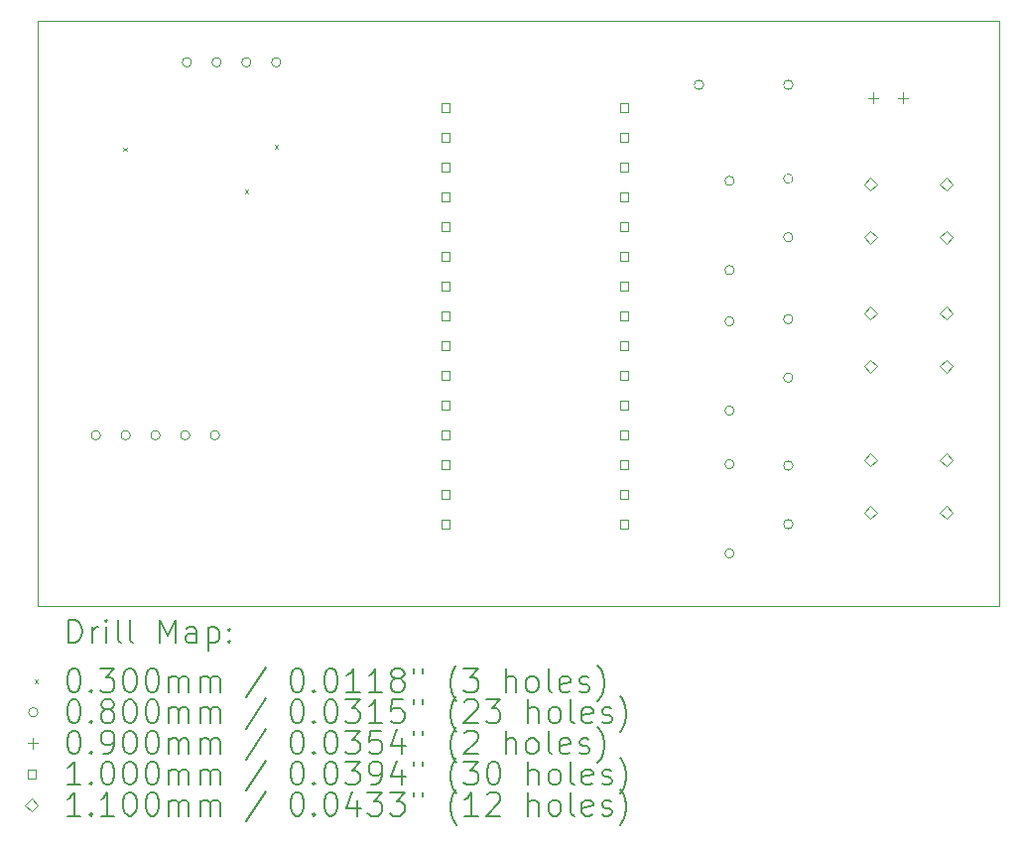
<source format=gbr>
%TF.GenerationSoftware,KiCad,Pcbnew,9.0.2*%
%TF.CreationDate,2025-05-14T19:23:24+05:30*%
%TF.ProjectId,SpO2_project,53704f32-5f70-4726-9f6a-6563742e6b69,rev?*%
%TF.SameCoordinates,Original*%
%TF.FileFunction,Drillmap*%
%TF.FilePolarity,Positive*%
%FSLAX45Y45*%
G04 Gerber Fmt 4.5, Leading zero omitted, Abs format (unit mm)*
G04 Created by KiCad (PCBNEW 9.0.2) date 2025-05-14 19:23:24*
%MOMM*%
%LPD*%
G01*
G04 APERTURE LIST*
%ADD10C,0.038100*%
%ADD11C,0.200000*%
%ADD12C,0.100000*%
%ADD13C,0.110000*%
G04 APERTURE END LIST*
D10*
X8900000Y-11000000D02*
X17100000Y-11000000D01*
X8900000Y-6000000D02*
X8900000Y-11000000D01*
X17100000Y-11000000D02*
X17100000Y-6000000D01*
X17100000Y-6000000D02*
X8900000Y-6000000D01*
D11*
D12*
X9625000Y-7085000D02*
X9655000Y-7115000D01*
X9655000Y-7085000D02*
X9625000Y-7115000D01*
X10665000Y-7445000D02*
X10695000Y-7475000D01*
X10695000Y-7445000D02*
X10665000Y-7475000D01*
X10916000Y-7062000D02*
X10946000Y-7092000D01*
X10946000Y-7062000D02*
X10916000Y-7092000D01*
X9432000Y-9542000D02*
G75*
G02*
X9352000Y-9542000I-40000J0D01*
G01*
X9352000Y-9542000D02*
G75*
G02*
X9432000Y-9542000I40000J0D01*
G01*
X9686000Y-9542000D02*
G75*
G02*
X9606000Y-9542000I-40000J0D01*
G01*
X9606000Y-9542000D02*
G75*
G02*
X9686000Y-9542000I40000J0D01*
G01*
X9940000Y-9542000D02*
G75*
G02*
X9860000Y-9542000I-40000J0D01*
G01*
X9860000Y-9542000D02*
G75*
G02*
X9940000Y-9542000I40000J0D01*
G01*
X10194000Y-9542000D02*
G75*
G02*
X10114000Y-9542000I-40000J0D01*
G01*
X10114000Y-9542000D02*
G75*
G02*
X10194000Y-9542000I40000J0D01*
G01*
X10209000Y-6357000D02*
G75*
G02*
X10129000Y-6357000I-40000J0D01*
G01*
X10129000Y-6357000D02*
G75*
G02*
X10209000Y-6357000I40000J0D01*
G01*
X10448000Y-9542000D02*
G75*
G02*
X10368000Y-9542000I-40000J0D01*
G01*
X10368000Y-9542000D02*
G75*
G02*
X10448000Y-9542000I40000J0D01*
G01*
X10463000Y-6357000D02*
G75*
G02*
X10383000Y-6357000I-40000J0D01*
G01*
X10383000Y-6357000D02*
G75*
G02*
X10463000Y-6357000I40000J0D01*
G01*
X10717000Y-6357000D02*
G75*
G02*
X10637000Y-6357000I-40000J0D01*
G01*
X10637000Y-6357000D02*
G75*
G02*
X10717000Y-6357000I40000J0D01*
G01*
X10971000Y-6357000D02*
G75*
G02*
X10891000Y-6357000I-40000J0D01*
G01*
X10891000Y-6357000D02*
G75*
G02*
X10971000Y-6357000I40000J0D01*
G01*
X14578000Y-6550000D02*
G75*
G02*
X14498000Y-6550000I-40000J0D01*
G01*
X14498000Y-6550000D02*
G75*
G02*
X14578000Y-6550000I40000J0D01*
G01*
X14840000Y-7369000D02*
G75*
G02*
X14760000Y-7369000I-40000J0D01*
G01*
X14760000Y-7369000D02*
G75*
G02*
X14840000Y-7369000I40000J0D01*
G01*
X14840000Y-8131000D02*
G75*
G02*
X14760000Y-8131000I-40000J0D01*
G01*
X14760000Y-8131000D02*
G75*
G02*
X14840000Y-8131000I40000J0D01*
G01*
X14840000Y-8569000D02*
G75*
G02*
X14760000Y-8569000I-40000J0D01*
G01*
X14760000Y-8569000D02*
G75*
G02*
X14840000Y-8569000I40000J0D01*
G01*
X14840000Y-9331000D02*
G75*
G02*
X14760000Y-9331000I-40000J0D01*
G01*
X14760000Y-9331000D02*
G75*
G02*
X14840000Y-9331000I40000J0D01*
G01*
X14840000Y-9788000D02*
G75*
G02*
X14760000Y-9788000I-40000J0D01*
G01*
X14760000Y-9788000D02*
G75*
G02*
X14840000Y-9788000I40000J0D01*
G01*
X14840000Y-10550000D02*
G75*
G02*
X14760000Y-10550000I-40000J0D01*
G01*
X14760000Y-10550000D02*
G75*
G02*
X14840000Y-10550000I40000J0D01*
G01*
X15340000Y-6550000D02*
G75*
G02*
X15260000Y-6550000I-40000J0D01*
G01*
X15260000Y-6550000D02*
G75*
G02*
X15340000Y-6550000I40000J0D01*
G01*
X15340000Y-7350000D02*
G75*
G02*
X15260000Y-7350000I-40000J0D01*
G01*
X15260000Y-7350000D02*
G75*
G02*
X15340000Y-7350000I40000J0D01*
G01*
X15340000Y-7850000D02*
G75*
G02*
X15260000Y-7850000I-40000J0D01*
G01*
X15260000Y-7850000D02*
G75*
G02*
X15340000Y-7850000I40000J0D01*
G01*
X15340000Y-8550000D02*
G75*
G02*
X15260000Y-8550000I-40000J0D01*
G01*
X15260000Y-8550000D02*
G75*
G02*
X15340000Y-8550000I40000J0D01*
G01*
X15340000Y-9050000D02*
G75*
G02*
X15260000Y-9050000I-40000J0D01*
G01*
X15260000Y-9050000D02*
G75*
G02*
X15340000Y-9050000I40000J0D01*
G01*
X15340000Y-9800000D02*
G75*
G02*
X15260000Y-9800000I-40000J0D01*
G01*
X15260000Y-9800000D02*
G75*
G02*
X15340000Y-9800000I40000J0D01*
G01*
X15340000Y-10300000D02*
G75*
G02*
X15260000Y-10300000I-40000J0D01*
G01*
X15260000Y-10300000D02*
G75*
G02*
X15340000Y-10300000I40000J0D01*
G01*
X16026000Y-6615000D02*
X16026000Y-6705000D01*
X15981000Y-6660000D02*
X16071000Y-6660000D01*
X16280000Y-6615000D02*
X16280000Y-6705000D01*
X16235000Y-6660000D02*
X16325000Y-6660000D01*
X12411356Y-6779356D02*
X12411356Y-6708644D01*
X12340644Y-6708644D01*
X12340644Y-6779356D01*
X12411356Y-6779356D01*
X12411356Y-7033356D02*
X12411356Y-6962644D01*
X12340644Y-6962644D01*
X12340644Y-7033356D01*
X12411356Y-7033356D01*
X12411356Y-7287356D02*
X12411356Y-7216644D01*
X12340644Y-7216644D01*
X12340644Y-7287356D01*
X12411356Y-7287356D01*
X12411356Y-7541356D02*
X12411356Y-7470644D01*
X12340644Y-7470644D01*
X12340644Y-7541356D01*
X12411356Y-7541356D01*
X12411356Y-7795356D02*
X12411356Y-7724644D01*
X12340644Y-7724644D01*
X12340644Y-7795356D01*
X12411356Y-7795356D01*
X12411356Y-8049356D02*
X12411356Y-7978644D01*
X12340644Y-7978644D01*
X12340644Y-8049356D01*
X12411356Y-8049356D01*
X12411356Y-8303356D02*
X12411356Y-8232644D01*
X12340644Y-8232644D01*
X12340644Y-8303356D01*
X12411356Y-8303356D01*
X12411356Y-8557356D02*
X12411356Y-8486644D01*
X12340644Y-8486644D01*
X12340644Y-8557356D01*
X12411356Y-8557356D01*
X12411356Y-8811356D02*
X12411356Y-8740644D01*
X12340644Y-8740644D01*
X12340644Y-8811356D01*
X12411356Y-8811356D01*
X12411356Y-9065356D02*
X12411356Y-8994644D01*
X12340644Y-8994644D01*
X12340644Y-9065356D01*
X12411356Y-9065356D01*
X12411356Y-9319356D02*
X12411356Y-9248644D01*
X12340644Y-9248644D01*
X12340644Y-9319356D01*
X12411356Y-9319356D01*
X12411356Y-9573356D02*
X12411356Y-9502644D01*
X12340644Y-9502644D01*
X12340644Y-9573356D01*
X12411356Y-9573356D01*
X12411356Y-9827356D02*
X12411356Y-9756644D01*
X12340644Y-9756644D01*
X12340644Y-9827356D01*
X12411356Y-9827356D01*
X12411356Y-10081356D02*
X12411356Y-10010644D01*
X12340644Y-10010644D01*
X12340644Y-10081356D01*
X12411356Y-10081356D01*
X12411356Y-10335356D02*
X12411356Y-10264644D01*
X12340644Y-10264644D01*
X12340644Y-10335356D01*
X12411356Y-10335356D01*
X13935356Y-6779356D02*
X13935356Y-6708644D01*
X13864644Y-6708644D01*
X13864644Y-6779356D01*
X13935356Y-6779356D01*
X13935356Y-7033356D02*
X13935356Y-6962644D01*
X13864644Y-6962644D01*
X13864644Y-7033356D01*
X13935356Y-7033356D01*
X13935356Y-7287356D02*
X13935356Y-7216644D01*
X13864644Y-7216644D01*
X13864644Y-7287356D01*
X13935356Y-7287356D01*
X13935356Y-7541356D02*
X13935356Y-7470644D01*
X13864644Y-7470644D01*
X13864644Y-7541356D01*
X13935356Y-7541356D01*
X13935356Y-7795356D02*
X13935356Y-7724644D01*
X13864644Y-7724644D01*
X13864644Y-7795356D01*
X13935356Y-7795356D01*
X13935356Y-8049356D02*
X13935356Y-7978644D01*
X13864644Y-7978644D01*
X13864644Y-8049356D01*
X13935356Y-8049356D01*
X13935356Y-8303356D02*
X13935356Y-8232644D01*
X13864644Y-8232644D01*
X13864644Y-8303356D01*
X13935356Y-8303356D01*
X13935356Y-8557356D02*
X13935356Y-8486644D01*
X13864644Y-8486644D01*
X13864644Y-8557356D01*
X13935356Y-8557356D01*
X13935356Y-8811356D02*
X13935356Y-8740644D01*
X13864644Y-8740644D01*
X13864644Y-8811356D01*
X13935356Y-8811356D01*
X13935356Y-9065356D02*
X13935356Y-8994644D01*
X13864644Y-8994644D01*
X13864644Y-9065356D01*
X13935356Y-9065356D01*
X13935356Y-9319356D02*
X13935356Y-9248644D01*
X13864644Y-9248644D01*
X13864644Y-9319356D01*
X13935356Y-9319356D01*
X13935356Y-9573356D02*
X13935356Y-9502644D01*
X13864644Y-9502644D01*
X13864644Y-9573356D01*
X13935356Y-9573356D01*
X13935356Y-9827356D02*
X13935356Y-9756644D01*
X13864644Y-9756644D01*
X13864644Y-9827356D01*
X13935356Y-9827356D01*
X13935356Y-10081356D02*
X13935356Y-10010644D01*
X13864644Y-10010644D01*
X13864644Y-10081356D01*
X13935356Y-10081356D01*
X13935356Y-10335356D02*
X13935356Y-10264644D01*
X13864644Y-10264644D01*
X13864644Y-10335356D01*
X13935356Y-10335356D01*
D13*
X16000000Y-7455000D02*
X16055000Y-7400000D01*
X16000000Y-7345000D01*
X15945000Y-7400000D01*
X16000000Y-7455000D01*
X16000000Y-7905000D02*
X16055000Y-7850000D01*
X16000000Y-7795000D01*
X15945000Y-7850000D01*
X16000000Y-7905000D01*
X16000000Y-8555000D02*
X16055000Y-8500000D01*
X16000000Y-8445000D01*
X15945000Y-8500000D01*
X16000000Y-8555000D01*
X16000000Y-9005000D02*
X16055000Y-8950000D01*
X16000000Y-8895000D01*
X15945000Y-8950000D01*
X16000000Y-9005000D01*
X16000000Y-9805000D02*
X16055000Y-9750000D01*
X16000000Y-9695000D01*
X15945000Y-9750000D01*
X16000000Y-9805000D01*
X16000000Y-10255000D02*
X16055000Y-10200000D01*
X16000000Y-10145000D01*
X15945000Y-10200000D01*
X16000000Y-10255000D01*
X16650000Y-7455000D02*
X16705000Y-7400000D01*
X16650000Y-7345000D01*
X16595000Y-7400000D01*
X16650000Y-7455000D01*
X16650000Y-7905000D02*
X16705000Y-7850000D01*
X16650000Y-7795000D01*
X16595000Y-7850000D01*
X16650000Y-7905000D01*
X16650000Y-8555000D02*
X16705000Y-8500000D01*
X16650000Y-8445000D01*
X16595000Y-8500000D01*
X16650000Y-8555000D01*
X16650000Y-9005000D02*
X16705000Y-8950000D01*
X16650000Y-8895000D01*
X16595000Y-8950000D01*
X16650000Y-9005000D01*
X16650000Y-9805000D02*
X16705000Y-9750000D01*
X16650000Y-9695000D01*
X16595000Y-9750000D01*
X16650000Y-9805000D01*
X16650000Y-10255000D02*
X16705000Y-10200000D01*
X16650000Y-10145000D01*
X16595000Y-10200000D01*
X16650000Y-10255000D01*
D11*
X9158872Y-11313389D02*
X9158872Y-11113389D01*
X9158872Y-11113389D02*
X9206491Y-11113389D01*
X9206491Y-11113389D02*
X9235062Y-11122913D01*
X9235062Y-11122913D02*
X9254110Y-11141960D01*
X9254110Y-11141960D02*
X9263634Y-11161008D01*
X9263634Y-11161008D02*
X9273158Y-11199103D01*
X9273158Y-11199103D02*
X9273158Y-11227674D01*
X9273158Y-11227674D02*
X9263634Y-11265770D01*
X9263634Y-11265770D02*
X9254110Y-11284817D01*
X9254110Y-11284817D02*
X9235062Y-11303865D01*
X9235062Y-11303865D02*
X9206491Y-11313389D01*
X9206491Y-11313389D02*
X9158872Y-11313389D01*
X9358872Y-11313389D02*
X9358872Y-11180055D01*
X9358872Y-11218151D02*
X9368396Y-11199103D01*
X9368396Y-11199103D02*
X9377919Y-11189579D01*
X9377919Y-11189579D02*
X9396967Y-11180055D01*
X9396967Y-11180055D02*
X9416015Y-11180055D01*
X9482681Y-11313389D02*
X9482681Y-11180055D01*
X9482681Y-11113389D02*
X9473158Y-11122913D01*
X9473158Y-11122913D02*
X9482681Y-11132436D01*
X9482681Y-11132436D02*
X9492205Y-11122913D01*
X9492205Y-11122913D02*
X9482681Y-11113389D01*
X9482681Y-11113389D02*
X9482681Y-11132436D01*
X9606491Y-11313389D02*
X9587443Y-11303865D01*
X9587443Y-11303865D02*
X9577919Y-11284817D01*
X9577919Y-11284817D02*
X9577919Y-11113389D01*
X9711253Y-11313389D02*
X9692205Y-11303865D01*
X9692205Y-11303865D02*
X9682681Y-11284817D01*
X9682681Y-11284817D02*
X9682681Y-11113389D01*
X9939824Y-11313389D02*
X9939824Y-11113389D01*
X9939824Y-11113389D02*
X10006491Y-11256246D01*
X10006491Y-11256246D02*
X10073158Y-11113389D01*
X10073158Y-11113389D02*
X10073158Y-11313389D01*
X10254110Y-11313389D02*
X10254110Y-11208627D01*
X10254110Y-11208627D02*
X10244586Y-11189579D01*
X10244586Y-11189579D02*
X10225539Y-11180055D01*
X10225539Y-11180055D02*
X10187443Y-11180055D01*
X10187443Y-11180055D02*
X10168396Y-11189579D01*
X10254110Y-11303865D02*
X10235062Y-11313389D01*
X10235062Y-11313389D02*
X10187443Y-11313389D01*
X10187443Y-11313389D02*
X10168396Y-11303865D01*
X10168396Y-11303865D02*
X10158872Y-11284817D01*
X10158872Y-11284817D02*
X10158872Y-11265770D01*
X10158872Y-11265770D02*
X10168396Y-11246722D01*
X10168396Y-11246722D02*
X10187443Y-11237198D01*
X10187443Y-11237198D02*
X10235062Y-11237198D01*
X10235062Y-11237198D02*
X10254110Y-11227674D01*
X10349348Y-11180055D02*
X10349348Y-11380055D01*
X10349348Y-11189579D02*
X10368396Y-11180055D01*
X10368396Y-11180055D02*
X10406491Y-11180055D01*
X10406491Y-11180055D02*
X10425539Y-11189579D01*
X10425539Y-11189579D02*
X10435062Y-11199103D01*
X10435062Y-11199103D02*
X10444586Y-11218151D01*
X10444586Y-11218151D02*
X10444586Y-11275293D01*
X10444586Y-11275293D02*
X10435062Y-11294341D01*
X10435062Y-11294341D02*
X10425539Y-11303865D01*
X10425539Y-11303865D02*
X10406491Y-11313389D01*
X10406491Y-11313389D02*
X10368396Y-11313389D01*
X10368396Y-11313389D02*
X10349348Y-11303865D01*
X10530300Y-11294341D02*
X10539824Y-11303865D01*
X10539824Y-11303865D02*
X10530300Y-11313389D01*
X10530300Y-11313389D02*
X10520777Y-11303865D01*
X10520777Y-11303865D02*
X10530300Y-11294341D01*
X10530300Y-11294341D02*
X10530300Y-11313389D01*
X10530300Y-11189579D02*
X10539824Y-11199103D01*
X10539824Y-11199103D02*
X10530300Y-11208627D01*
X10530300Y-11208627D02*
X10520777Y-11199103D01*
X10520777Y-11199103D02*
X10530300Y-11189579D01*
X10530300Y-11189579D02*
X10530300Y-11208627D01*
D12*
X8868095Y-11626905D02*
X8898095Y-11656905D01*
X8898095Y-11626905D02*
X8868095Y-11656905D01*
D11*
X9196967Y-11533389D02*
X9216015Y-11533389D01*
X9216015Y-11533389D02*
X9235062Y-11542913D01*
X9235062Y-11542913D02*
X9244586Y-11552436D01*
X9244586Y-11552436D02*
X9254110Y-11571484D01*
X9254110Y-11571484D02*
X9263634Y-11609579D01*
X9263634Y-11609579D02*
X9263634Y-11657198D01*
X9263634Y-11657198D02*
X9254110Y-11695293D01*
X9254110Y-11695293D02*
X9244586Y-11714341D01*
X9244586Y-11714341D02*
X9235062Y-11723865D01*
X9235062Y-11723865D02*
X9216015Y-11733389D01*
X9216015Y-11733389D02*
X9196967Y-11733389D01*
X9196967Y-11733389D02*
X9177919Y-11723865D01*
X9177919Y-11723865D02*
X9168396Y-11714341D01*
X9168396Y-11714341D02*
X9158872Y-11695293D01*
X9158872Y-11695293D02*
X9149348Y-11657198D01*
X9149348Y-11657198D02*
X9149348Y-11609579D01*
X9149348Y-11609579D02*
X9158872Y-11571484D01*
X9158872Y-11571484D02*
X9168396Y-11552436D01*
X9168396Y-11552436D02*
X9177919Y-11542913D01*
X9177919Y-11542913D02*
X9196967Y-11533389D01*
X9349348Y-11714341D02*
X9358872Y-11723865D01*
X9358872Y-11723865D02*
X9349348Y-11733389D01*
X9349348Y-11733389D02*
X9339824Y-11723865D01*
X9339824Y-11723865D02*
X9349348Y-11714341D01*
X9349348Y-11714341D02*
X9349348Y-11733389D01*
X9425539Y-11533389D02*
X9549348Y-11533389D01*
X9549348Y-11533389D02*
X9482681Y-11609579D01*
X9482681Y-11609579D02*
X9511253Y-11609579D01*
X9511253Y-11609579D02*
X9530300Y-11619103D01*
X9530300Y-11619103D02*
X9539824Y-11628627D01*
X9539824Y-11628627D02*
X9549348Y-11647674D01*
X9549348Y-11647674D02*
X9549348Y-11695293D01*
X9549348Y-11695293D02*
X9539824Y-11714341D01*
X9539824Y-11714341D02*
X9530300Y-11723865D01*
X9530300Y-11723865D02*
X9511253Y-11733389D01*
X9511253Y-11733389D02*
X9454110Y-11733389D01*
X9454110Y-11733389D02*
X9435062Y-11723865D01*
X9435062Y-11723865D02*
X9425539Y-11714341D01*
X9673158Y-11533389D02*
X9692205Y-11533389D01*
X9692205Y-11533389D02*
X9711253Y-11542913D01*
X9711253Y-11542913D02*
X9720777Y-11552436D01*
X9720777Y-11552436D02*
X9730300Y-11571484D01*
X9730300Y-11571484D02*
X9739824Y-11609579D01*
X9739824Y-11609579D02*
X9739824Y-11657198D01*
X9739824Y-11657198D02*
X9730300Y-11695293D01*
X9730300Y-11695293D02*
X9720777Y-11714341D01*
X9720777Y-11714341D02*
X9711253Y-11723865D01*
X9711253Y-11723865D02*
X9692205Y-11733389D01*
X9692205Y-11733389D02*
X9673158Y-11733389D01*
X9673158Y-11733389D02*
X9654110Y-11723865D01*
X9654110Y-11723865D02*
X9644586Y-11714341D01*
X9644586Y-11714341D02*
X9635062Y-11695293D01*
X9635062Y-11695293D02*
X9625539Y-11657198D01*
X9625539Y-11657198D02*
X9625539Y-11609579D01*
X9625539Y-11609579D02*
X9635062Y-11571484D01*
X9635062Y-11571484D02*
X9644586Y-11552436D01*
X9644586Y-11552436D02*
X9654110Y-11542913D01*
X9654110Y-11542913D02*
X9673158Y-11533389D01*
X9863634Y-11533389D02*
X9882681Y-11533389D01*
X9882681Y-11533389D02*
X9901729Y-11542913D01*
X9901729Y-11542913D02*
X9911253Y-11552436D01*
X9911253Y-11552436D02*
X9920777Y-11571484D01*
X9920777Y-11571484D02*
X9930300Y-11609579D01*
X9930300Y-11609579D02*
X9930300Y-11657198D01*
X9930300Y-11657198D02*
X9920777Y-11695293D01*
X9920777Y-11695293D02*
X9911253Y-11714341D01*
X9911253Y-11714341D02*
X9901729Y-11723865D01*
X9901729Y-11723865D02*
X9882681Y-11733389D01*
X9882681Y-11733389D02*
X9863634Y-11733389D01*
X9863634Y-11733389D02*
X9844586Y-11723865D01*
X9844586Y-11723865D02*
X9835062Y-11714341D01*
X9835062Y-11714341D02*
X9825539Y-11695293D01*
X9825539Y-11695293D02*
X9816015Y-11657198D01*
X9816015Y-11657198D02*
X9816015Y-11609579D01*
X9816015Y-11609579D02*
X9825539Y-11571484D01*
X9825539Y-11571484D02*
X9835062Y-11552436D01*
X9835062Y-11552436D02*
X9844586Y-11542913D01*
X9844586Y-11542913D02*
X9863634Y-11533389D01*
X10016015Y-11733389D02*
X10016015Y-11600055D01*
X10016015Y-11619103D02*
X10025539Y-11609579D01*
X10025539Y-11609579D02*
X10044586Y-11600055D01*
X10044586Y-11600055D02*
X10073158Y-11600055D01*
X10073158Y-11600055D02*
X10092205Y-11609579D01*
X10092205Y-11609579D02*
X10101729Y-11628627D01*
X10101729Y-11628627D02*
X10101729Y-11733389D01*
X10101729Y-11628627D02*
X10111253Y-11609579D01*
X10111253Y-11609579D02*
X10130300Y-11600055D01*
X10130300Y-11600055D02*
X10158872Y-11600055D01*
X10158872Y-11600055D02*
X10177920Y-11609579D01*
X10177920Y-11609579D02*
X10187443Y-11628627D01*
X10187443Y-11628627D02*
X10187443Y-11733389D01*
X10282681Y-11733389D02*
X10282681Y-11600055D01*
X10282681Y-11619103D02*
X10292205Y-11609579D01*
X10292205Y-11609579D02*
X10311253Y-11600055D01*
X10311253Y-11600055D02*
X10339824Y-11600055D01*
X10339824Y-11600055D02*
X10358872Y-11609579D01*
X10358872Y-11609579D02*
X10368396Y-11628627D01*
X10368396Y-11628627D02*
X10368396Y-11733389D01*
X10368396Y-11628627D02*
X10377920Y-11609579D01*
X10377920Y-11609579D02*
X10396967Y-11600055D01*
X10396967Y-11600055D02*
X10425539Y-11600055D01*
X10425539Y-11600055D02*
X10444586Y-11609579D01*
X10444586Y-11609579D02*
X10454110Y-11628627D01*
X10454110Y-11628627D02*
X10454110Y-11733389D01*
X10844586Y-11523865D02*
X10673158Y-11781008D01*
X11101729Y-11533389D02*
X11120777Y-11533389D01*
X11120777Y-11533389D02*
X11139824Y-11542913D01*
X11139824Y-11542913D02*
X11149348Y-11552436D01*
X11149348Y-11552436D02*
X11158872Y-11571484D01*
X11158872Y-11571484D02*
X11168396Y-11609579D01*
X11168396Y-11609579D02*
X11168396Y-11657198D01*
X11168396Y-11657198D02*
X11158872Y-11695293D01*
X11158872Y-11695293D02*
X11149348Y-11714341D01*
X11149348Y-11714341D02*
X11139824Y-11723865D01*
X11139824Y-11723865D02*
X11120777Y-11733389D01*
X11120777Y-11733389D02*
X11101729Y-11733389D01*
X11101729Y-11733389D02*
X11082682Y-11723865D01*
X11082682Y-11723865D02*
X11073158Y-11714341D01*
X11073158Y-11714341D02*
X11063634Y-11695293D01*
X11063634Y-11695293D02*
X11054110Y-11657198D01*
X11054110Y-11657198D02*
X11054110Y-11609579D01*
X11054110Y-11609579D02*
X11063634Y-11571484D01*
X11063634Y-11571484D02*
X11073158Y-11552436D01*
X11073158Y-11552436D02*
X11082682Y-11542913D01*
X11082682Y-11542913D02*
X11101729Y-11533389D01*
X11254110Y-11714341D02*
X11263634Y-11723865D01*
X11263634Y-11723865D02*
X11254110Y-11733389D01*
X11254110Y-11733389D02*
X11244586Y-11723865D01*
X11244586Y-11723865D02*
X11254110Y-11714341D01*
X11254110Y-11714341D02*
X11254110Y-11733389D01*
X11387443Y-11533389D02*
X11406491Y-11533389D01*
X11406491Y-11533389D02*
X11425539Y-11542913D01*
X11425539Y-11542913D02*
X11435062Y-11552436D01*
X11435062Y-11552436D02*
X11444586Y-11571484D01*
X11444586Y-11571484D02*
X11454110Y-11609579D01*
X11454110Y-11609579D02*
X11454110Y-11657198D01*
X11454110Y-11657198D02*
X11444586Y-11695293D01*
X11444586Y-11695293D02*
X11435062Y-11714341D01*
X11435062Y-11714341D02*
X11425539Y-11723865D01*
X11425539Y-11723865D02*
X11406491Y-11733389D01*
X11406491Y-11733389D02*
X11387443Y-11733389D01*
X11387443Y-11733389D02*
X11368396Y-11723865D01*
X11368396Y-11723865D02*
X11358872Y-11714341D01*
X11358872Y-11714341D02*
X11349348Y-11695293D01*
X11349348Y-11695293D02*
X11339824Y-11657198D01*
X11339824Y-11657198D02*
X11339824Y-11609579D01*
X11339824Y-11609579D02*
X11349348Y-11571484D01*
X11349348Y-11571484D02*
X11358872Y-11552436D01*
X11358872Y-11552436D02*
X11368396Y-11542913D01*
X11368396Y-11542913D02*
X11387443Y-11533389D01*
X11644586Y-11733389D02*
X11530301Y-11733389D01*
X11587443Y-11733389D02*
X11587443Y-11533389D01*
X11587443Y-11533389D02*
X11568396Y-11561960D01*
X11568396Y-11561960D02*
X11549348Y-11581008D01*
X11549348Y-11581008D02*
X11530301Y-11590532D01*
X11835062Y-11733389D02*
X11720777Y-11733389D01*
X11777920Y-11733389D02*
X11777920Y-11533389D01*
X11777920Y-11533389D02*
X11758872Y-11561960D01*
X11758872Y-11561960D02*
X11739824Y-11581008D01*
X11739824Y-11581008D02*
X11720777Y-11590532D01*
X11949348Y-11619103D02*
X11930301Y-11609579D01*
X11930301Y-11609579D02*
X11920777Y-11600055D01*
X11920777Y-11600055D02*
X11911253Y-11581008D01*
X11911253Y-11581008D02*
X11911253Y-11571484D01*
X11911253Y-11571484D02*
X11920777Y-11552436D01*
X11920777Y-11552436D02*
X11930301Y-11542913D01*
X11930301Y-11542913D02*
X11949348Y-11533389D01*
X11949348Y-11533389D02*
X11987443Y-11533389D01*
X11987443Y-11533389D02*
X12006491Y-11542913D01*
X12006491Y-11542913D02*
X12016015Y-11552436D01*
X12016015Y-11552436D02*
X12025539Y-11571484D01*
X12025539Y-11571484D02*
X12025539Y-11581008D01*
X12025539Y-11581008D02*
X12016015Y-11600055D01*
X12016015Y-11600055D02*
X12006491Y-11609579D01*
X12006491Y-11609579D02*
X11987443Y-11619103D01*
X11987443Y-11619103D02*
X11949348Y-11619103D01*
X11949348Y-11619103D02*
X11930301Y-11628627D01*
X11930301Y-11628627D02*
X11920777Y-11638151D01*
X11920777Y-11638151D02*
X11911253Y-11657198D01*
X11911253Y-11657198D02*
X11911253Y-11695293D01*
X11911253Y-11695293D02*
X11920777Y-11714341D01*
X11920777Y-11714341D02*
X11930301Y-11723865D01*
X11930301Y-11723865D02*
X11949348Y-11733389D01*
X11949348Y-11733389D02*
X11987443Y-11733389D01*
X11987443Y-11733389D02*
X12006491Y-11723865D01*
X12006491Y-11723865D02*
X12016015Y-11714341D01*
X12016015Y-11714341D02*
X12025539Y-11695293D01*
X12025539Y-11695293D02*
X12025539Y-11657198D01*
X12025539Y-11657198D02*
X12016015Y-11638151D01*
X12016015Y-11638151D02*
X12006491Y-11628627D01*
X12006491Y-11628627D02*
X11987443Y-11619103D01*
X12101729Y-11533389D02*
X12101729Y-11571484D01*
X12177920Y-11533389D02*
X12177920Y-11571484D01*
X12473158Y-11809579D02*
X12463634Y-11800055D01*
X12463634Y-11800055D02*
X12444586Y-11771484D01*
X12444586Y-11771484D02*
X12435063Y-11752436D01*
X12435063Y-11752436D02*
X12425539Y-11723865D01*
X12425539Y-11723865D02*
X12416015Y-11676246D01*
X12416015Y-11676246D02*
X12416015Y-11638151D01*
X12416015Y-11638151D02*
X12425539Y-11590532D01*
X12425539Y-11590532D02*
X12435063Y-11561960D01*
X12435063Y-11561960D02*
X12444586Y-11542913D01*
X12444586Y-11542913D02*
X12463634Y-11514341D01*
X12463634Y-11514341D02*
X12473158Y-11504817D01*
X12530301Y-11533389D02*
X12654110Y-11533389D01*
X12654110Y-11533389D02*
X12587443Y-11609579D01*
X12587443Y-11609579D02*
X12616015Y-11609579D01*
X12616015Y-11609579D02*
X12635063Y-11619103D01*
X12635063Y-11619103D02*
X12644586Y-11628627D01*
X12644586Y-11628627D02*
X12654110Y-11647674D01*
X12654110Y-11647674D02*
X12654110Y-11695293D01*
X12654110Y-11695293D02*
X12644586Y-11714341D01*
X12644586Y-11714341D02*
X12635063Y-11723865D01*
X12635063Y-11723865D02*
X12616015Y-11733389D01*
X12616015Y-11733389D02*
X12558872Y-11733389D01*
X12558872Y-11733389D02*
X12539824Y-11723865D01*
X12539824Y-11723865D02*
X12530301Y-11714341D01*
X12892205Y-11733389D02*
X12892205Y-11533389D01*
X12977920Y-11733389D02*
X12977920Y-11628627D01*
X12977920Y-11628627D02*
X12968396Y-11609579D01*
X12968396Y-11609579D02*
X12949348Y-11600055D01*
X12949348Y-11600055D02*
X12920777Y-11600055D01*
X12920777Y-11600055D02*
X12901729Y-11609579D01*
X12901729Y-11609579D02*
X12892205Y-11619103D01*
X13101729Y-11733389D02*
X13082682Y-11723865D01*
X13082682Y-11723865D02*
X13073158Y-11714341D01*
X13073158Y-11714341D02*
X13063634Y-11695293D01*
X13063634Y-11695293D02*
X13063634Y-11638151D01*
X13063634Y-11638151D02*
X13073158Y-11619103D01*
X13073158Y-11619103D02*
X13082682Y-11609579D01*
X13082682Y-11609579D02*
X13101729Y-11600055D01*
X13101729Y-11600055D02*
X13130301Y-11600055D01*
X13130301Y-11600055D02*
X13149348Y-11609579D01*
X13149348Y-11609579D02*
X13158872Y-11619103D01*
X13158872Y-11619103D02*
X13168396Y-11638151D01*
X13168396Y-11638151D02*
X13168396Y-11695293D01*
X13168396Y-11695293D02*
X13158872Y-11714341D01*
X13158872Y-11714341D02*
X13149348Y-11723865D01*
X13149348Y-11723865D02*
X13130301Y-11733389D01*
X13130301Y-11733389D02*
X13101729Y-11733389D01*
X13282682Y-11733389D02*
X13263634Y-11723865D01*
X13263634Y-11723865D02*
X13254110Y-11704817D01*
X13254110Y-11704817D02*
X13254110Y-11533389D01*
X13435063Y-11723865D02*
X13416015Y-11733389D01*
X13416015Y-11733389D02*
X13377920Y-11733389D01*
X13377920Y-11733389D02*
X13358872Y-11723865D01*
X13358872Y-11723865D02*
X13349348Y-11704817D01*
X13349348Y-11704817D02*
X13349348Y-11628627D01*
X13349348Y-11628627D02*
X13358872Y-11609579D01*
X13358872Y-11609579D02*
X13377920Y-11600055D01*
X13377920Y-11600055D02*
X13416015Y-11600055D01*
X13416015Y-11600055D02*
X13435063Y-11609579D01*
X13435063Y-11609579D02*
X13444586Y-11628627D01*
X13444586Y-11628627D02*
X13444586Y-11647674D01*
X13444586Y-11647674D02*
X13349348Y-11666722D01*
X13520777Y-11723865D02*
X13539825Y-11733389D01*
X13539825Y-11733389D02*
X13577920Y-11733389D01*
X13577920Y-11733389D02*
X13596967Y-11723865D01*
X13596967Y-11723865D02*
X13606491Y-11704817D01*
X13606491Y-11704817D02*
X13606491Y-11695293D01*
X13606491Y-11695293D02*
X13596967Y-11676246D01*
X13596967Y-11676246D02*
X13577920Y-11666722D01*
X13577920Y-11666722D02*
X13549348Y-11666722D01*
X13549348Y-11666722D02*
X13530301Y-11657198D01*
X13530301Y-11657198D02*
X13520777Y-11638151D01*
X13520777Y-11638151D02*
X13520777Y-11628627D01*
X13520777Y-11628627D02*
X13530301Y-11609579D01*
X13530301Y-11609579D02*
X13549348Y-11600055D01*
X13549348Y-11600055D02*
X13577920Y-11600055D01*
X13577920Y-11600055D02*
X13596967Y-11609579D01*
X13673158Y-11809579D02*
X13682682Y-11800055D01*
X13682682Y-11800055D02*
X13701729Y-11771484D01*
X13701729Y-11771484D02*
X13711253Y-11752436D01*
X13711253Y-11752436D02*
X13720777Y-11723865D01*
X13720777Y-11723865D02*
X13730301Y-11676246D01*
X13730301Y-11676246D02*
X13730301Y-11638151D01*
X13730301Y-11638151D02*
X13720777Y-11590532D01*
X13720777Y-11590532D02*
X13711253Y-11561960D01*
X13711253Y-11561960D02*
X13701729Y-11542913D01*
X13701729Y-11542913D02*
X13682682Y-11514341D01*
X13682682Y-11514341D02*
X13673158Y-11504817D01*
D12*
X8898095Y-11905905D02*
G75*
G02*
X8818095Y-11905905I-40000J0D01*
G01*
X8818095Y-11905905D02*
G75*
G02*
X8898095Y-11905905I40000J0D01*
G01*
D11*
X9196967Y-11797389D02*
X9216015Y-11797389D01*
X9216015Y-11797389D02*
X9235062Y-11806913D01*
X9235062Y-11806913D02*
X9244586Y-11816436D01*
X9244586Y-11816436D02*
X9254110Y-11835484D01*
X9254110Y-11835484D02*
X9263634Y-11873579D01*
X9263634Y-11873579D02*
X9263634Y-11921198D01*
X9263634Y-11921198D02*
X9254110Y-11959293D01*
X9254110Y-11959293D02*
X9244586Y-11978341D01*
X9244586Y-11978341D02*
X9235062Y-11987865D01*
X9235062Y-11987865D02*
X9216015Y-11997389D01*
X9216015Y-11997389D02*
X9196967Y-11997389D01*
X9196967Y-11997389D02*
X9177919Y-11987865D01*
X9177919Y-11987865D02*
X9168396Y-11978341D01*
X9168396Y-11978341D02*
X9158872Y-11959293D01*
X9158872Y-11959293D02*
X9149348Y-11921198D01*
X9149348Y-11921198D02*
X9149348Y-11873579D01*
X9149348Y-11873579D02*
X9158872Y-11835484D01*
X9158872Y-11835484D02*
X9168396Y-11816436D01*
X9168396Y-11816436D02*
X9177919Y-11806913D01*
X9177919Y-11806913D02*
X9196967Y-11797389D01*
X9349348Y-11978341D02*
X9358872Y-11987865D01*
X9358872Y-11987865D02*
X9349348Y-11997389D01*
X9349348Y-11997389D02*
X9339824Y-11987865D01*
X9339824Y-11987865D02*
X9349348Y-11978341D01*
X9349348Y-11978341D02*
X9349348Y-11997389D01*
X9473158Y-11883103D02*
X9454110Y-11873579D01*
X9454110Y-11873579D02*
X9444586Y-11864055D01*
X9444586Y-11864055D02*
X9435062Y-11845008D01*
X9435062Y-11845008D02*
X9435062Y-11835484D01*
X9435062Y-11835484D02*
X9444586Y-11816436D01*
X9444586Y-11816436D02*
X9454110Y-11806913D01*
X9454110Y-11806913D02*
X9473158Y-11797389D01*
X9473158Y-11797389D02*
X9511253Y-11797389D01*
X9511253Y-11797389D02*
X9530300Y-11806913D01*
X9530300Y-11806913D02*
X9539824Y-11816436D01*
X9539824Y-11816436D02*
X9549348Y-11835484D01*
X9549348Y-11835484D02*
X9549348Y-11845008D01*
X9549348Y-11845008D02*
X9539824Y-11864055D01*
X9539824Y-11864055D02*
X9530300Y-11873579D01*
X9530300Y-11873579D02*
X9511253Y-11883103D01*
X9511253Y-11883103D02*
X9473158Y-11883103D01*
X9473158Y-11883103D02*
X9454110Y-11892627D01*
X9454110Y-11892627D02*
X9444586Y-11902151D01*
X9444586Y-11902151D02*
X9435062Y-11921198D01*
X9435062Y-11921198D02*
X9435062Y-11959293D01*
X9435062Y-11959293D02*
X9444586Y-11978341D01*
X9444586Y-11978341D02*
X9454110Y-11987865D01*
X9454110Y-11987865D02*
X9473158Y-11997389D01*
X9473158Y-11997389D02*
X9511253Y-11997389D01*
X9511253Y-11997389D02*
X9530300Y-11987865D01*
X9530300Y-11987865D02*
X9539824Y-11978341D01*
X9539824Y-11978341D02*
X9549348Y-11959293D01*
X9549348Y-11959293D02*
X9549348Y-11921198D01*
X9549348Y-11921198D02*
X9539824Y-11902151D01*
X9539824Y-11902151D02*
X9530300Y-11892627D01*
X9530300Y-11892627D02*
X9511253Y-11883103D01*
X9673158Y-11797389D02*
X9692205Y-11797389D01*
X9692205Y-11797389D02*
X9711253Y-11806913D01*
X9711253Y-11806913D02*
X9720777Y-11816436D01*
X9720777Y-11816436D02*
X9730300Y-11835484D01*
X9730300Y-11835484D02*
X9739824Y-11873579D01*
X9739824Y-11873579D02*
X9739824Y-11921198D01*
X9739824Y-11921198D02*
X9730300Y-11959293D01*
X9730300Y-11959293D02*
X9720777Y-11978341D01*
X9720777Y-11978341D02*
X9711253Y-11987865D01*
X9711253Y-11987865D02*
X9692205Y-11997389D01*
X9692205Y-11997389D02*
X9673158Y-11997389D01*
X9673158Y-11997389D02*
X9654110Y-11987865D01*
X9654110Y-11987865D02*
X9644586Y-11978341D01*
X9644586Y-11978341D02*
X9635062Y-11959293D01*
X9635062Y-11959293D02*
X9625539Y-11921198D01*
X9625539Y-11921198D02*
X9625539Y-11873579D01*
X9625539Y-11873579D02*
X9635062Y-11835484D01*
X9635062Y-11835484D02*
X9644586Y-11816436D01*
X9644586Y-11816436D02*
X9654110Y-11806913D01*
X9654110Y-11806913D02*
X9673158Y-11797389D01*
X9863634Y-11797389D02*
X9882681Y-11797389D01*
X9882681Y-11797389D02*
X9901729Y-11806913D01*
X9901729Y-11806913D02*
X9911253Y-11816436D01*
X9911253Y-11816436D02*
X9920777Y-11835484D01*
X9920777Y-11835484D02*
X9930300Y-11873579D01*
X9930300Y-11873579D02*
X9930300Y-11921198D01*
X9930300Y-11921198D02*
X9920777Y-11959293D01*
X9920777Y-11959293D02*
X9911253Y-11978341D01*
X9911253Y-11978341D02*
X9901729Y-11987865D01*
X9901729Y-11987865D02*
X9882681Y-11997389D01*
X9882681Y-11997389D02*
X9863634Y-11997389D01*
X9863634Y-11997389D02*
X9844586Y-11987865D01*
X9844586Y-11987865D02*
X9835062Y-11978341D01*
X9835062Y-11978341D02*
X9825539Y-11959293D01*
X9825539Y-11959293D02*
X9816015Y-11921198D01*
X9816015Y-11921198D02*
X9816015Y-11873579D01*
X9816015Y-11873579D02*
X9825539Y-11835484D01*
X9825539Y-11835484D02*
X9835062Y-11816436D01*
X9835062Y-11816436D02*
X9844586Y-11806913D01*
X9844586Y-11806913D02*
X9863634Y-11797389D01*
X10016015Y-11997389D02*
X10016015Y-11864055D01*
X10016015Y-11883103D02*
X10025539Y-11873579D01*
X10025539Y-11873579D02*
X10044586Y-11864055D01*
X10044586Y-11864055D02*
X10073158Y-11864055D01*
X10073158Y-11864055D02*
X10092205Y-11873579D01*
X10092205Y-11873579D02*
X10101729Y-11892627D01*
X10101729Y-11892627D02*
X10101729Y-11997389D01*
X10101729Y-11892627D02*
X10111253Y-11873579D01*
X10111253Y-11873579D02*
X10130300Y-11864055D01*
X10130300Y-11864055D02*
X10158872Y-11864055D01*
X10158872Y-11864055D02*
X10177920Y-11873579D01*
X10177920Y-11873579D02*
X10187443Y-11892627D01*
X10187443Y-11892627D02*
X10187443Y-11997389D01*
X10282681Y-11997389D02*
X10282681Y-11864055D01*
X10282681Y-11883103D02*
X10292205Y-11873579D01*
X10292205Y-11873579D02*
X10311253Y-11864055D01*
X10311253Y-11864055D02*
X10339824Y-11864055D01*
X10339824Y-11864055D02*
X10358872Y-11873579D01*
X10358872Y-11873579D02*
X10368396Y-11892627D01*
X10368396Y-11892627D02*
X10368396Y-11997389D01*
X10368396Y-11892627D02*
X10377920Y-11873579D01*
X10377920Y-11873579D02*
X10396967Y-11864055D01*
X10396967Y-11864055D02*
X10425539Y-11864055D01*
X10425539Y-11864055D02*
X10444586Y-11873579D01*
X10444586Y-11873579D02*
X10454110Y-11892627D01*
X10454110Y-11892627D02*
X10454110Y-11997389D01*
X10844586Y-11787865D02*
X10673158Y-12045008D01*
X11101729Y-11797389D02*
X11120777Y-11797389D01*
X11120777Y-11797389D02*
X11139824Y-11806913D01*
X11139824Y-11806913D02*
X11149348Y-11816436D01*
X11149348Y-11816436D02*
X11158872Y-11835484D01*
X11158872Y-11835484D02*
X11168396Y-11873579D01*
X11168396Y-11873579D02*
X11168396Y-11921198D01*
X11168396Y-11921198D02*
X11158872Y-11959293D01*
X11158872Y-11959293D02*
X11149348Y-11978341D01*
X11149348Y-11978341D02*
X11139824Y-11987865D01*
X11139824Y-11987865D02*
X11120777Y-11997389D01*
X11120777Y-11997389D02*
X11101729Y-11997389D01*
X11101729Y-11997389D02*
X11082682Y-11987865D01*
X11082682Y-11987865D02*
X11073158Y-11978341D01*
X11073158Y-11978341D02*
X11063634Y-11959293D01*
X11063634Y-11959293D02*
X11054110Y-11921198D01*
X11054110Y-11921198D02*
X11054110Y-11873579D01*
X11054110Y-11873579D02*
X11063634Y-11835484D01*
X11063634Y-11835484D02*
X11073158Y-11816436D01*
X11073158Y-11816436D02*
X11082682Y-11806913D01*
X11082682Y-11806913D02*
X11101729Y-11797389D01*
X11254110Y-11978341D02*
X11263634Y-11987865D01*
X11263634Y-11987865D02*
X11254110Y-11997389D01*
X11254110Y-11997389D02*
X11244586Y-11987865D01*
X11244586Y-11987865D02*
X11254110Y-11978341D01*
X11254110Y-11978341D02*
X11254110Y-11997389D01*
X11387443Y-11797389D02*
X11406491Y-11797389D01*
X11406491Y-11797389D02*
X11425539Y-11806913D01*
X11425539Y-11806913D02*
X11435062Y-11816436D01*
X11435062Y-11816436D02*
X11444586Y-11835484D01*
X11444586Y-11835484D02*
X11454110Y-11873579D01*
X11454110Y-11873579D02*
X11454110Y-11921198D01*
X11454110Y-11921198D02*
X11444586Y-11959293D01*
X11444586Y-11959293D02*
X11435062Y-11978341D01*
X11435062Y-11978341D02*
X11425539Y-11987865D01*
X11425539Y-11987865D02*
X11406491Y-11997389D01*
X11406491Y-11997389D02*
X11387443Y-11997389D01*
X11387443Y-11997389D02*
X11368396Y-11987865D01*
X11368396Y-11987865D02*
X11358872Y-11978341D01*
X11358872Y-11978341D02*
X11349348Y-11959293D01*
X11349348Y-11959293D02*
X11339824Y-11921198D01*
X11339824Y-11921198D02*
X11339824Y-11873579D01*
X11339824Y-11873579D02*
X11349348Y-11835484D01*
X11349348Y-11835484D02*
X11358872Y-11816436D01*
X11358872Y-11816436D02*
X11368396Y-11806913D01*
X11368396Y-11806913D02*
X11387443Y-11797389D01*
X11520777Y-11797389D02*
X11644586Y-11797389D01*
X11644586Y-11797389D02*
X11577920Y-11873579D01*
X11577920Y-11873579D02*
X11606491Y-11873579D01*
X11606491Y-11873579D02*
X11625539Y-11883103D01*
X11625539Y-11883103D02*
X11635062Y-11892627D01*
X11635062Y-11892627D02*
X11644586Y-11911674D01*
X11644586Y-11911674D02*
X11644586Y-11959293D01*
X11644586Y-11959293D02*
X11635062Y-11978341D01*
X11635062Y-11978341D02*
X11625539Y-11987865D01*
X11625539Y-11987865D02*
X11606491Y-11997389D01*
X11606491Y-11997389D02*
X11549348Y-11997389D01*
X11549348Y-11997389D02*
X11530301Y-11987865D01*
X11530301Y-11987865D02*
X11520777Y-11978341D01*
X11835062Y-11997389D02*
X11720777Y-11997389D01*
X11777920Y-11997389D02*
X11777920Y-11797389D01*
X11777920Y-11797389D02*
X11758872Y-11825960D01*
X11758872Y-11825960D02*
X11739824Y-11845008D01*
X11739824Y-11845008D02*
X11720777Y-11854532D01*
X12016015Y-11797389D02*
X11920777Y-11797389D01*
X11920777Y-11797389D02*
X11911253Y-11892627D01*
X11911253Y-11892627D02*
X11920777Y-11883103D01*
X11920777Y-11883103D02*
X11939824Y-11873579D01*
X11939824Y-11873579D02*
X11987443Y-11873579D01*
X11987443Y-11873579D02*
X12006491Y-11883103D01*
X12006491Y-11883103D02*
X12016015Y-11892627D01*
X12016015Y-11892627D02*
X12025539Y-11911674D01*
X12025539Y-11911674D02*
X12025539Y-11959293D01*
X12025539Y-11959293D02*
X12016015Y-11978341D01*
X12016015Y-11978341D02*
X12006491Y-11987865D01*
X12006491Y-11987865D02*
X11987443Y-11997389D01*
X11987443Y-11997389D02*
X11939824Y-11997389D01*
X11939824Y-11997389D02*
X11920777Y-11987865D01*
X11920777Y-11987865D02*
X11911253Y-11978341D01*
X12101729Y-11797389D02*
X12101729Y-11835484D01*
X12177920Y-11797389D02*
X12177920Y-11835484D01*
X12473158Y-12073579D02*
X12463634Y-12064055D01*
X12463634Y-12064055D02*
X12444586Y-12035484D01*
X12444586Y-12035484D02*
X12435063Y-12016436D01*
X12435063Y-12016436D02*
X12425539Y-11987865D01*
X12425539Y-11987865D02*
X12416015Y-11940246D01*
X12416015Y-11940246D02*
X12416015Y-11902151D01*
X12416015Y-11902151D02*
X12425539Y-11854532D01*
X12425539Y-11854532D02*
X12435063Y-11825960D01*
X12435063Y-11825960D02*
X12444586Y-11806913D01*
X12444586Y-11806913D02*
X12463634Y-11778341D01*
X12463634Y-11778341D02*
X12473158Y-11768817D01*
X12539824Y-11816436D02*
X12549348Y-11806913D01*
X12549348Y-11806913D02*
X12568396Y-11797389D01*
X12568396Y-11797389D02*
X12616015Y-11797389D01*
X12616015Y-11797389D02*
X12635063Y-11806913D01*
X12635063Y-11806913D02*
X12644586Y-11816436D01*
X12644586Y-11816436D02*
X12654110Y-11835484D01*
X12654110Y-11835484D02*
X12654110Y-11854532D01*
X12654110Y-11854532D02*
X12644586Y-11883103D01*
X12644586Y-11883103D02*
X12530301Y-11997389D01*
X12530301Y-11997389D02*
X12654110Y-11997389D01*
X12720777Y-11797389D02*
X12844586Y-11797389D01*
X12844586Y-11797389D02*
X12777920Y-11873579D01*
X12777920Y-11873579D02*
X12806491Y-11873579D01*
X12806491Y-11873579D02*
X12825539Y-11883103D01*
X12825539Y-11883103D02*
X12835063Y-11892627D01*
X12835063Y-11892627D02*
X12844586Y-11911674D01*
X12844586Y-11911674D02*
X12844586Y-11959293D01*
X12844586Y-11959293D02*
X12835063Y-11978341D01*
X12835063Y-11978341D02*
X12825539Y-11987865D01*
X12825539Y-11987865D02*
X12806491Y-11997389D01*
X12806491Y-11997389D02*
X12749348Y-11997389D01*
X12749348Y-11997389D02*
X12730301Y-11987865D01*
X12730301Y-11987865D02*
X12720777Y-11978341D01*
X13082682Y-11997389D02*
X13082682Y-11797389D01*
X13168396Y-11997389D02*
X13168396Y-11892627D01*
X13168396Y-11892627D02*
X13158872Y-11873579D01*
X13158872Y-11873579D02*
X13139825Y-11864055D01*
X13139825Y-11864055D02*
X13111253Y-11864055D01*
X13111253Y-11864055D02*
X13092205Y-11873579D01*
X13092205Y-11873579D02*
X13082682Y-11883103D01*
X13292205Y-11997389D02*
X13273158Y-11987865D01*
X13273158Y-11987865D02*
X13263634Y-11978341D01*
X13263634Y-11978341D02*
X13254110Y-11959293D01*
X13254110Y-11959293D02*
X13254110Y-11902151D01*
X13254110Y-11902151D02*
X13263634Y-11883103D01*
X13263634Y-11883103D02*
X13273158Y-11873579D01*
X13273158Y-11873579D02*
X13292205Y-11864055D01*
X13292205Y-11864055D02*
X13320777Y-11864055D01*
X13320777Y-11864055D02*
X13339825Y-11873579D01*
X13339825Y-11873579D02*
X13349348Y-11883103D01*
X13349348Y-11883103D02*
X13358872Y-11902151D01*
X13358872Y-11902151D02*
X13358872Y-11959293D01*
X13358872Y-11959293D02*
X13349348Y-11978341D01*
X13349348Y-11978341D02*
X13339825Y-11987865D01*
X13339825Y-11987865D02*
X13320777Y-11997389D01*
X13320777Y-11997389D02*
X13292205Y-11997389D01*
X13473158Y-11997389D02*
X13454110Y-11987865D01*
X13454110Y-11987865D02*
X13444586Y-11968817D01*
X13444586Y-11968817D02*
X13444586Y-11797389D01*
X13625539Y-11987865D02*
X13606491Y-11997389D01*
X13606491Y-11997389D02*
X13568396Y-11997389D01*
X13568396Y-11997389D02*
X13549348Y-11987865D01*
X13549348Y-11987865D02*
X13539825Y-11968817D01*
X13539825Y-11968817D02*
X13539825Y-11892627D01*
X13539825Y-11892627D02*
X13549348Y-11873579D01*
X13549348Y-11873579D02*
X13568396Y-11864055D01*
X13568396Y-11864055D02*
X13606491Y-11864055D01*
X13606491Y-11864055D02*
X13625539Y-11873579D01*
X13625539Y-11873579D02*
X13635063Y-11892627D01*
X13635063Y-11892627D02*
X13635063Y-11911674D01*
X13635063Y-11911674D02*
X13539825Y-11930722D01*
X13711253Y-11987865D02*
X13730301Y-11997389D01*
X13730301Y-11997389D02*
X13768396Y-11997389D01*
X13768396Y-11997389D02*
X13787444Y-11987865D01*
X13787444Y-11987865D02*
X13796967Y-11968817D01*
X13796967Y-11968817D02*
X13796967Y-11959293D01*
X13796967Y-11959293D02*
X13787444Y-11940246D01*
X13787444Y-11940246D02*
X13768396Y-11930722D01*
X13768396Y-11930722D02*
X13739825Y-11930722D01*
X13739825Y-11930722D02*
X13720777Y-11921198D01*
X13720777Y-11921198D02*
X13711253Y-11902151D01*
X13711253Y-11902151D02*
X13711253Y-11892627D01*
X13711253Y-11892627D02*
X13720777Y-11873579D01*
X13720777Y-11873579D02*
X13739825Y-11864055D01*
X13739825Y-11864055D02*
X13768396Y-11864055D01*
X13768396Y-11864055D02*
X13787444Y-11873579D01*
X13863634Y-12073579D02*
X13873158Y-12064055D01*
X13873158Y-12064055D02*
X13892206Y-12035484D01*
X13892206Y-12035484D02*
X13901729Y-12016436D01*
X13901729Y-12016436D02*
X13911253Y-11987865D01*
X13911253Y-11987865D02*
X13920777Y-11940246D01*
X13920777Y-11940246D02*
X13920777Y-11902151D01*
X13920777Y-11902151D02*
X13911253Y-11854532D01*
X13911253Y-11854532D02*
X13901729Y-11825960D01*
X13901729Y-11825960D02*
X13892206Y-11806913D01*
X13892206Y-11806913D02*
X13873158Y-11778341D01*
X13873158Y-11778341D02*
X13863634Y-11768817D01*
D12*
X8853095Y-12124905D02*
X8853095Y-12214905D01*
X8808095Y-12169905D02*
X8898095Y-12169905D01*
D11*
X9196967Y-12061389D02*
X9216015Y-12061389D01*
X9216015Y-12061389D02*
X9235062Y-12070913D01*
X9235062Y-12070913D02*
X9244586Y-12080436D01*
X9244586Y-12080436D02*
X9254110Y-12099484D01*
X9254110Y-12099484D02*
X9263634Y-12137579D01*
X9263634Y-12137579D02*
X9263634Y-12185198D01*
X9263634Y-12185198D02*
X9254110Y-12223293D01*
X9254110Y-12223293D02*
X9244586Y-12242341D01*
X9244586Y-12242341D02*
X9235062Y-12251865D01*
X9235062Y-12251865D02*
X9216015Y-12261389D01*
X9216015Y-12261389D02*
X9196967Y-12261389D01*
X9196967Y-12261389D02*
X9177919Y-12251865D01*
X9177919Y-12251865D02*
X9168396Y-12242341D01*
X9168396Y-12242341D02*
X9158872Y-12223293D01*
X9158872Y-12223293D02*
X9149348Y-12185198D01*
X9149348Y-12185198D02*
X9149348Y-12137579D01*
X9149348Y-12137579D02*
X9158872Y-12099484D01*
X9158872Y-12099484D02*
X9168396Y-12080436D01*
X9168396Y-12080436D02*
X9177919Y-12070913D01*
X9177919Y-12070913D02*
X9196967Y-12061389D01*
X9349348Y-12242341D02*
X9358872Y-12251865D01*
X9358872Y-12251865D02*
X9349348Y-12261389D01*
X9349348Y-12261389D02*
X9339824Y-12251865D01*
X9339824Y-12251865D02*
X9349348Y-12242341D01*
X9349348Y-12242341D02*
X9349348Y-12261389D01*
X9454110Y-12261389D02*
X9492205Y-12261389D01*
X9492205Y-12261389D02*
X9511253Y-12251865D01*
X9511253Y-12251865D02*
X9520777Y-12242341D01*
X9520777Y-12242341D02*
X9539824Y-12213770D01*
X9539824Y-12213770D02*
X9549348Y-12175674D01*
X9549348Y-12175674D02*
X9549348Y-12099484D01*
X9549348Y-12099484D02*
X9539824Y-12080436D01*
X9539824Y-12080436D02*
X9530300Y-12070913D01*
X9530300Y-12070913D02*
X9511253Y-12061389D01*
X9511253Y-12061389D02*
X9473158Y-12061389D01*
X9473158Y-12061389D02*
X9454110Y-12070913D01*
X9454110Y-12070913D02*
X9444586Y-12080436D01*
X9444586Y-12080436D02*
X9435062Y-12099484D01*
X9435062Y-12099484D02*
X9435062Y-12147103D01*
X9435062Y-12147103D02*
X9444586Y-12166151D01*
X9444586Y-12166151D02*
X9454110Y-12175674D01*
X9454110Y-12175674D02*
X9473158Y-12185198D01*
X9473158Y-12185198D02*
X9511253Y-12185198D01*
X9511253Y-12185198D02*
X9530300Y-12175674D01*
X9530300Y-12175674D02*
X9539824Y-12166151D01*
X9539824Y-12166151D02*
X9549348Y-12147103D01*
X9673158Y-12061389D02*
X9692205Y-12061389D01*
X9692205Y-12061389D02*
X9711253Y-12070913D01*
X9711253Y-12070913D02*
X9720777Y-12080436D01*
X9720777Y-12080436D02*
X9730300Y-12099484D01*
X9730300Y-12099484D02*
X9739824Y-12137579D01*
X9739824Y-12137579D02*
X9739824Y-12185198D01*
X9739824Y-12185198D02*
X9730300Y-12223293D01*
X9730300Y-12223293D02*
X9720777Y-12242341D01*
X9720777Y-12242341D02*
X9711253Y-12251865D01*
X9711253Y-12251865D02*
X9692205Y-12261389D01*
X9692205Y-12261389D02*
X9673158Y-12261389D01*
X9673158Y-12261389D02*
X9654110Y-12251865D01*
X9654110Y-12251865D02*
X9644586Y-12242341D01*
X9644586Y-12242341D02*
X9635062Y-12223293D01*
X9635062Y-12223293D02*
X9625539Y-12185198D01*
X9625539Y-12185198D02*
X9625539Y-12137579D01*
X9625539Y-12137579D02*
X9635062Y-12099484D01*
X9635062Y-12099484D02*
X9644586Y-12080436D01*
X9644586Y-12080436D02*
X9654110Y-12070913D01*
X9654110Y-12070913D02*
X9673158Y-12061389D01*
X9863634Y-12061389D02*
X9882681Y-12061389D01*
X9882681Y-12061389D02*
X9901729Y-12070913D01*
X9901729Y-12070913D02*
X9911253Y-12080436D01*
X9911253Y-12080436D02*
X9920777Y-12099484D01*
X9920777Y-12099484D02*
X9930300Y-12137579D01*
X9930300Y-12137579D02*
X9930300Y-12185198D01*
X9930300Y-12185198D02*
X9920777Y-12223293D01*
X9920777Y-12223293D02*
X9911253Y-12242341D01*
X9911253Y-12242341D02*
X9901729Y-12251865D01*
X9901729Y-12251865D02*
X9882681Y-12261389D01*
X9882681Y-12261389D02*
X9863634Y-12261389D01*
X9863634Y-12261389D02*
X9844586Y-12251865D01*
X9844586Y-12251865D02*
X9835062Y-12242341D01*
X9835062Y-12242341D02*
X9825539Y-12223293D01*
X9825539Y-12223293D02*
X9816015Y-12185198D01*
X9816015Y-12185198D02*
X9816015Y-12137579D01*
X9816015Y-12137579D02*
X9825539Y-12099484D01*
X9825539Y-12099484D02*
X9835062Y-12080436D01*
X9835062Y-12080436D02*
X9844586Y-12070913D01*
X9844586Y-12070913D02*
X9863634Y-12061389D01*
X10016015Y-12261389D02*
X10016015Y-12128055D01*
X10016015Y-12147103D02*
X10025539Y-12137579D01*
X10025539Y-12137579D02*
X10044586Y-12128055D01*
X10044586Y-12128055D02*
X10073158Y-12128055D01*
X10073158Y-12128055D02*
X10092205Y-12137579D01*
X10092205Y-12137579D02*
X10101729Y-12156627D01*
X10101729Y-12156627D02*
X10101729Y-12261389D01*
X10101729Y-12156627D02*
X10111253Y-12137579D01*
X10111253Y-12137579D02*
X10130300Y-12128055D01*
X10130300Y-12128055D02*
X10158872Y-12128055D01*
X10158872Y-12128055D02*
X10177920Y-12137579D01*
X10177920Y-12137579D02*
X10187443Y-12156627D01*
X10187443Y-12156627D02*
X10187443Y-12261389D01*
X10282681Y-12261389D02*
X10282681Y-12128055D01*
X10282681Y-12147103D02*
X10292205Y-12137579D01*
X10292205Y-12137579D02*
X10311253Y-12128055D01*
X10311253Y-12128055D02*
X10339824Y-12128055D01*
X10339824Y-12128055D02*
X10358872Y-12137579D01*
X10358872Y-12137579D02*
X10368396Y-12156627D01*
X10368396Y-12156627D02*
X10368396Y-12261389D01*
X10368396Y-12156627D02*
X10377920Y-12137579D01*
X10377920Y-12137579D02*
X10396967Y-12128055D01*
X10396967Y-12128055D02*
X10425539Y-12128055D01*
X10425539Y-12128055D02*
X10444586Y-12137579D01*
X10444586Y-12137579D02*
X10454110Y-12156627D01*
X10454110Y-12156627D02*
X10454110Y-12261389D01*
X10844586Y-12051865D02*
X10673158Y-12309008D01*
X11101729Y-12061389D02*
X11120777Y-12061389D01*
X11120777Y-12061389D02*
X11139824Y-12070913D01*
X11139824Y-12070913D02*
X11149348Y-12080436D01*
X11149348Y-12080436D02*
X11158872Y-12099484D01*
X11158872Y-12099484D02*
X11168396Y-12137579D01*
X11168396Y-12137579D02*
X11168396Y-12185198D01*
X11168396Y-12185198D02*
X11158872Y-12223293D01*
X11158872Y-12223293D02*
X11149348Y-12242341D01*
X11149348Y-12242341D02*
X11139824Y-12251865D01*
X11139824Y-12251865D02*
X11120777Y-12261389D01*
X11120777Y-12261389D02*
X11101729Y-12261389D01*
X11101729Y-12261389D02*
X11082682Y-12251865D01*
X11082682Y-12251865D02*
X11073158Y-12242341D01*
X11073158Y-12242341D02*
X11063634Y-12223293D01*
X11063634Y-12223293D02*
X11054110Y-12185198D01*
X11054110Y-12185198D02*
X11054110Y-12137579D01*
X11054110Y-12137579D02*
X11063634Y-12099484D01*
X11063634Y-12099484D02*
X11073158Y-12080436D01*
X11073158Y-12080436D02*
X11082682Y-12070913D01*
X11082682Y-12070913D02*
X11101729Y-12061389D01*
X11254110Y-12242341D02*
X11263634Y-12251865D01*
X11263634Y-12251865D02*
X11254110Y-12261389D01*
X11254110Y-12261389D02*
X11244586Y-12251865D01*
X11244586Y-12251865D02*
X11254110Y-12242341D01*
X11254110Y-12242341D02*
X11254110Y-12261389D01*
X11387443Y-12061389D02*
X11406491Y-12061389D01*
X11406491Y-12061389D02*
X11425539Y-12070913D01*
X11425539Y-12070913D02*
X11435062Y-12080436D01*
X11435062Y-12080436D02*
X11444586Y-12099484D01*
X11444586Y-12099484D02*
X11454110Y-12137579D01*
X11454110Y-12137579D02*
X11454110Y-12185198D01*
X11454110Y-12185198D02*
X11444586Y-12223293D01*
X11444586Y-12223293D02*
X11435062Y-12242341D01*
X11435062Y-12242341D02*
X11425539Y-12251865D01*
X11425539Y-12251865D02*
X11406491Y-12261389D01*
X11406491Y-12261389D02*
X11387443Y-12261389D01*
X11387443Y-12261389D02*
X11368396Y-12251865D01*
X11368396Y-12251865D02*
X11358872Y-12242341D01*
X11358872Y-12242341D02*
X11349348Y-12223293D01*
X11349348Y-12223293D02*
X11339824Y-12185198D01*
X11339824Y-12185198D02*
X11339824Y-12137579D01*
X11339824Y-12137579D02*
X11349348Y-12099484D01*
X11349348Y-12099484D02*
X11358872Y-12080436D01*
X11358872Y-12080436D02*
X11368396Y-12070913D01*
X11368396Y-12070913D02*
X11387443Y-12061389D01*
X11520777Y-12061389D02*
X11644586Y-12061389D01*
X11644586Y-12061389D02*
X11577920Y-12137579D01*
X11577920Y-12137579D02*
X11606491Y-12137579D01*
X11606491Y-12137579D02*
X11625539Y-12147103D01*
X11625539Y-12147103D02*
X11635062Y-12156627D01*
X11635062Y-12156627D02*
X11644586Y-12175674D01*
X11644586Y-12175674D02*
X11644586Y-12223293D01*
X11644586Y-12223293D02*
X11635062Y-12242341D01*
X11635062Y-12242341D02*
X11625539Y-12251865D01*
X11625539Y-12251865D02*
X11606491Y-12261389D01*
X11606491Y-12261389D02*
X11549348Y-12261389D01*
X11549348Y-12261389D02*
X11530301Y-12251865D01*
X11530301Y-12251865D02*
X11520777Y-12242341D01*
X11825539Y-12061389D02*
X11730301Y-12061389D01*
X11730301Y-12061389D02*
X11720777Y-12156627D01*
X11720777Y-12156627D02*
X11730301Y-12147103D01*
X11730301Y-12147103D02*
X11749348Y-12137579D01*
X11749348Y-12137579D02*
X11796967Y-12137579D01*
X11796967Y-12137579D02*
X11816015Y-12147103D01*
X11816015Y-12147103D02*
X11825539Y-12156627D01*
X11825539Y-12156627D02*
X11835062Y-12175674D01*
X11835062Y-12175674D02*
X11835062Y-12223293D01*
X11835062Y-12223293D02*
X11825539Y-12242341D01*
X11825539Y-12242341D02*
X11816015Y-12251865D01*
X11816015Y-12251865D02*
X11796967Y-12261389D01*
X11796967Y-12261389D02*
X11749348Y-12261389D01*
X11749348Y-12261389D02*
X11730301Y-12251865D01*
X11730301Y-12251865D02*
X11720777Y-12242341D01*
X12006491Y-12128055D02*
X12006491Y-12261389D01*
X11958872Y-12051865D02*
X11911253Y-12194722D01*
X11911253Y-12194722D02*
X12035062Y-12194722D01*
X12101729Y-12061389D02*
X12101729Y-12099484D01*
X12177920Y-12061389D02*
X12177920Y-12099484D01*
X12473158Y-12337579D02*
X12463634Y-12328055D01*
X12463634Y-12328055D02*
X12444586Y-12299484D01*
X12444586Y-12299484D02*
X12435063Y-12280436D01*
X12435063Y-12280436D02*
X12425539Y-12251865D01*
X12425539Y-12251865D02*
X12416015Y-12204246D01*
X12416015Y-12204246D02*
X12416015Y-12166151D01*
X12416015Y-12166151D02*
X12425539Y-12118532D01*
X12425539Y-12118532D02*
X12435063Y-12089960D01*
X12435063Y-12089960D02*
X12444586Y-12070913D01*
X12444586Y-12070913D02*
X12463634Y-12042341D01*
X12463634Y-12042341D02*
X12473158Y-12032817D01*
X12539824Y-12080436D02*
X12549348Y-12070913D01*
X12549348Y-12070913D02*
X12568396Y-12061389D01*
X12568396Y-12061389D02*
X12616015Y-12061389D01*
X12616015Y-12061389D02*
X12635063Y-12070913D01*
X12635063Y-12070913D02*
X12644586Y-12080436D01*
X12644586Y-12080436D02*
X12654110Y-12099484D01*
X12654110Y-12099484D02*
X12654110Y-12118532D01*
X12654110Y-12118532D02*
X12644586Y-12147103D01*
X12644586Y-12147103D02*
X12530301Y-12261389D01*
X12530301Y-12261389D02*
X12654110Y-12261389D01*
X12892205Y-12261389D02*
X12892205Y-12061389D01*
X12977920Y-12261389D02*
X12977920Y-12156627D01*
X12977920Y-12156627D02*
X12968396Y-12137579D01*
X12968396Y-12137579D02*
X12949348Y-12128055D01*
X12949348Y-12128055D02*
X12920777Y-12128055D01*
X12920777Y-12128055D02*
X12901729Y-12137579D01*
X12901729Y-12137579D02*
X12892205Y-12147103D01*
X13101729Y-12261389D02*
X13082682Y-12251865D01*
X13082682Y-12251865D02*
X13073158Y-12242341D01*
X13073158Y-12242341D02*
X13063634Y-12223293D01*
X13063634Y-12223293D02*
X13063634Y-12166151D01*
X13063634Y-12166151D02*
X13073158Y-12147103D01*
X13073158Y-12147103D02*
X13082682Y-12137579D01*
X13082682Y-12137579D02*
X13101729Y-12128055D01*
X13101729Y-12128055D02*
X13130301Y-12128055D01*
X13130301Y-12128055D02*
X13149348Y-12137579D01*
X13149348Y-12137579D02*
X13158872Y-12147103D01*
X13158872Y-12147103D02*
X13168396Y-12166151D01*
X13168396Y-12166151D02*
X13168396Y-12223293D01*
X13168396Y-12223293D02*
X13158872Y-12242341D01*
X13158872Y-12242341D02*
X13149348Y-12251865D01*
X13149348Y-12251865D02*
X13130301Y-12261389D01*
X13130301Y-12261389D02*
X13101729Y-12261389D01*
X13282682Y-12261389D02*
X13263634Y-12251865D01*
X13263634Y-12251865D02*
X13254110Y-12232817D01*
X13254110Y-12232817D02*
X13254110Y-12061389D01*
X13435063Y-12251865D02*
X13416015Y-12261389D01*
X13416015Y-12261389D02*
X13377920Y-12261389D01*
X13377920Y-12261389D02*
X13358872Y-12251865D01*
X13358872Y-12251865D02*
X13349348Y-12232817D01*
X13349348Y-12232817D02*
X13349348Y-12156627D01*
X13349348Y-12156627D02*
X13358872Y-12137579D01*
X13358872Y-12137579D02*
X13377920Y-12128055D01*
X13377920Y-12128055D02*
X13416015Y-12128055D01*
X13416015Y-12128055D02*
X13435063Y-12137579D01*
X13435063Y-12137579D02*
X13444586Y-12156627D01*
X13444586Y-12156627D02*
X13444586Y-12175674D01*
X13444586Y-12175674D02*
X13349348Y-12194722D01*
X13520777Y-12251865D02*
X13539825Y-12261389D01*
X13539825Y-12261389D02*
X13577920Y-12261389D01*
X13577920Y-12261389D02*
X13596967Y-12251865D01*
X13596967Y-12251865D02*
X13606491Y-12232817D01*
X13606491Y-12232817D02*
X13606491Y-12223293D01*
X13606491Y-12223293D02*
X13596967Y-12204246D01*
X13596967Y-12204246D02*
X13577920Y-12194722D01*
X13577920Y-12194722D02*
X13549348Y-12194722D01*
X13549348Y-12194722D02*
X13530301Y-12185198D01*
X13530301Y-12185198D02*
X13520777Y-12166151D01*
X13520777Y-12166151D02*
X13520777Y-12156627D01*
X13520777Y-12156627D02*
X13530301Y-12137579D01*
X13530301Y-12137579D02*
X13549348Y-12128055D01*
X13549348Y-12128055D02*
X13577920Y-12128055D01*
X13577920Y-12128055D02*
X13596967Y-12137579D01*
X13673158Y-12337579D02*
X13682682Y-12328055D01*
X13682682Y-12328055D02*
X13701729Y-12299484D01*
X13701729Y-12299484D02*
X13711253Y-12280436D01*
X13711253Y-12280436D02*
X13720777Y-12251865D01*
X13720777Y-12251865D02*
X13730301Y-12204246D01*
X13730301Y-12204246D02*
X13730301Y-12166151D01*
X13730301Y-12166151D02*
X13720777Y-12118532D01*
X13720777Y-12118532D02*
X13711253Y-12089960D01*
X13711253Y-12089960D02*
X13701729Y-12070913D01*
X13701729Y-12070913D02*
X13682682Y-12042341D01*
X13682682Y-12042341D02*
X13673158Y-12032817D01*
D12*
X8883451Y-12469261D02*
X8883451Y-12398549D01*
X8812739Y-12398549D01*
X8812739Y-12469261D01*
X8883451Y-12469261D01*
D11*
X9263634Y-12525389D02*
X9149348Y-12525389D01*
X9206491Y-12525389D02*
X9206491Y-12325389D01*
X9206491Y-12325389D02*
X9187443Y-12353960D01*
X9187443Y-12353960D02*
X9168396Y-12373008D01*
X9168396Y-12373008D02*
X9149348Y-12382532D01*
X9349348Y-12506341D02*
X9358872Y-12515865D01*
X9358872Y-12515865D02*
X9349348Y-12525389D01*
X9349348Y-12525389D02*
X9339824Y-12515865D01*
X9339824Y-12515865D02*
X9349348Y-12506341D01*
X9349348Y-12506341D02*
X9349348Y-12525389D01*
X9482681Y-12325389D02*
X9501729Y-12325389D01*
X9501729Y-12325389D02*
X9520777Y-12334913D01*
X9520777Y-12334913D02*
X9530300Y-12344436D01*
X9530300Y-12344436D02*
X9539824Y-12363484D01*
X9539824Y-12363484D02*
X9549348Y-12401579D01*
X9549348Y-12401579D02*
X9549348Y-12449198D01*
X9549348Y-12449198D02*
X9539824Y-12487293D01*
X9539824Y-12487293D02*
X9530300Y-12506341D01*
X9530300Y-12506341D02*
X9520777Y-12515865D01*
X9520777Y-12515865D02*
X9501729Y-12525389D01*
X9501729Y-12525389D02*
X9482681Y-12525389D01*
X9482681Y-12525389D02*
X9463634Y-12515865D01*
X9463634Y-12515865D02*
X9454110Y-12506341D01*
X9454110Y-12506341D02*
X9444586Y-12487293D01*
X9444586Y-12487293D02*
X9435062Y-12449198D01*
X9435062Y-12449198D02*
X9435062Y-12401579D01*
X9435062Y-12401579D02*
X9444586Y-12363484D01*
X9444586Y-12363484D02*
X9454110Y-12344436D01*
X9454110Y-12344436D02*
X9463634Y-12334913D01*
X9463634Y-12334913D02*
X9482681Y-12325389D01*
X9673158Y-12325389D02*
X9692205Y-12325389D01*
X9692205Y-12325389D02*
X9711253Y-12334913D01*
X9711253Y-12334913D02*
X9720777Y-12344436D01*
X9720777Y-12344436D02*
X9730300Y-12363484D01*
X9730300Y-12363484D02*
X9739824Y-12401579D01*
X9739824Y-12401579D02*
X9739824Y-12449198D01*
X9739824Y-12449198D02*
X9730300Y-12487293D01*
X9730300Y-12487293D02*
X9720777Y-12506341D01*
X9720777Y-12506341D02*
X9711253Y-12515865D01*
X9711253Y-12515865D02*
X9692205Y-12525389D01*
X9692205Y-12525389D02*
X9673158Y-12525389D01*
X9673158Y-12525389D02*
X9654110Y-12515865D01*
X9654110Y-12515865D02*
X9644586Y-12506341D01*
X9644586Y-12506341D02*
X9635062Y-12487293D01*
X9635062Y-12487293D02*
X9625539Y-12449198D01*
X9625539Y-12449198D02*
X9625539Y-12401579D01*
X9625539Y-12401579D02*
X9635062Y-12363484D01*
X9635062Y-12363484D02*
X9644586Y-12344436D01*
X9644586Y-12344436D02*
X9654110Y-12334913D01*
X9654110Y-12334913D02*
X9673158Y-12325389D01*
X9863634Y-12325389D02*
X9882681Y-12325389D01*
X9882681Y-12325389D02*
X9901729Y-12334913D01*
X9901729Y-12334913D02*
X9911253Y-12344436D01*
X9911253Y-12344436D02*
X9920777Y-12363484D01*
X9920777Y-12363484D02*
X9930300Y-12401579D01*
X9930300Y-12401579D02*
X9930300Y-12449198D01*
X9930300Y-12449198D02*
X9920777Y-12487293D01*
X9920777Y-12487293D02*
X9911253Y-12506341D01*
X9911253Y-12506341D02*
X9901729Y-12515865D01*
X9901729Y-12515865D02*
X9882681Y-12525389D01*
X9882681Y-12525389D02*
X9863634Y-12525389D01*
X9863634Y-12525389D02*
X9844586Y-12515865D01*
X9844586Y-12515865D02*
X9835062Y-12506341D01*
X9835062Y-12506341D02*
X9825539Y-12487293D01*
X9825539Y-12487293D02*
X9816015Y-12449198D01*
X9816015Y-12449198D02*
X9816015Y-12401579D01*
X9816015Y-12401579D02*
X9825539Y-12363484D01*
X9825539Y-12363484D02*
X9835062Y-12344436D01*
X9835062Y-12344436D02*
X9844586Y-12334913D01*
X9844586Y-12334913D02*
X9863634Y-12325389D01*
X10016015Y-12525389D02*
X10016015Y-12392055D01*
X10016015Y-12411103D02*
X10025539Y-12401579D01*
X10025539Y-12401579D02*
X10044586Y-12392055D01*
X10044586Y-12392055D02*
X10073158Y-12392055D01*
X10073158Y-12392055D02*
X10092205Y-12401579D01*
X10092205Y-12401579D02*
X10101729Y-12420627D01*
X10101729Y-12420627D02*
X10101729Y-12525389D01*
X10101729Y-12420627D02*
X10111253Y-12401579D01*
X10111253Y-12401579D02*
X10130300Y-12392055D01*
X10130300Y-12392055D02*
X10158872Y-12392055D01*
X10158872Y-12392055D02*
X10177920Y-12401579D01*
X10177920Y-12401579D02*
X10187443Y-12420627D01*
X10187443Y-12420627D02*
X10187443Y-12525389D01*
X10282681Y-12525389D02*
X10282681Y-12392055D01*
X10282681Y-12411103D02*
X10292205Y-12401579D01*
X10292205Y-12401579D02*
X10311253Y-12392055D01*
X10311253Y-12392055D02*
X10339824Y-12392055D01*
X10339824Y-12392055D02*
X10358872Y-12401579D01*
X10358872Y-12401579D02*
X10368396Y-12420627D01*
X10368396Y-12420627D02*
X10368396Y-12525389D01*
X10368396Y-12420627D02*
X10377920Y-12401579D01*
X10377920Y-12401579D02*
X10396967Y-12392055D01*
X10396967Y-12392055D02*
X10425539Y-12392055D01*
X10425539Y-12392055D02*
X10444586Y-12401579D01*
X10444586Y-12401579D02*
X10454110Y-12420627D01*
X10454110Y-12420627D02*
X10454110Y-12525389D01*
X10844586Y-12315865D02*
X10673158Y-12573008D01*
X11101729Y-12325389D02*
X11120777Y-12325389D01*
X11120777Y-12325389D02*
X11139824Y-12334913D01*
X11139824Y-12334913D02*
X11149348Y-12344436D01*
X11149348Y-12344436D02*
X11158872Y-12363484D01*
X11158872Y-12363484D02*
X11168396Y-12401579D01*
X11168396Y-12401579D02*
X11168396Y-12449198D01*
X11168396Y-12449198D02*
X11158872Y-12487293D01*
X11158872Y-12487293D02*
X11149348Y-12506341D01*
X11149348Y-12506341D02*
X11139824Y-12515865D01*
X11139824Y-12515865D02*
X11120777Y-12525389D01*
X11120777Y-12525389D02*
X11101729Y-12525389D01*
X11101729Y-12525389D02*
X11082682Y-12515865D01*
X11082682Y-12515865D02*
X11073158Y-12506341D01*
X11073158Y-12506341D02*
X11063634Y-12487293D01*
X11063634Y-12487293D02*
X11054110Y-12449198D01*
X11054110Y-12449198D02*
X11054110Y-12401579D01*
X11054110Y-12401579D02*
X11063634Y-12363484D01*
X11063634Y-12363484D02*
X11073158Y-12344436D01*
X11073158Y-12344436D02*
X11082682Y-12334913D01*
X11082682Y-12334913D02*
X11101729Y-12325389D01*
X11254110Y-12506341D02*
X11263634Y-12515865D01*
X11263634Y-12515865D02*
X11254110Y-12525389D01*
X11254110Y-12525389D02*
X11244586Y-12515865D01*
X11244586Y-12515865D02*
X11254110Y-12506341D01*
X11254110Y-12506341D02*
X11254110Y-12525389D01*
X11387443Y-12325389D02*
X11406491Y-12325389D01*
X11406491Y-12325389D02*
X11425539Y-12334913D01*
X11425539Y-12334913D02*
X11435062Y-12344436D01*
X11435062Y-12344436D02*
X11444586Y-12363484D01*
X11444586Y-12363484D02*
X11454110Y-12401579D01*
X11454110Y-12401579D02*
X11454110Y-12449198D01*
X11454110Y-12449198D02*
X11444586Y-12487293D01*
X11444586Y-12487293D02*
X11435062Y-12506341D01*
X11435062Y-12506341D02*
X11425539Y-12515865D01*
X11425539Y-12515865D02*
X11406491Y-12525389D01*
X11406491Y-12525389D02*
X11387443Y-12525389D01*
X11387443Y-12525389D02*
X11368396Y-12515865D01*
X11368396Y-12515865D02*
X11358872Y-12506341D01*
X11358872Y-12506341D02*
X11349348Y-12487293D01*
X11349348Y-12487293D02*
X11339824Y-12449198D01*
X11339824Y-12449198D02*
X11339824Y-12401579D01*
X11339824Y-12401579D02*
X11349348Y-12363484D01*
X11349348Y-12363484D02*
X11358872Y-12344436D01*
X11358872Y-12344436D02*
X11368396Y-12334913D01*
X11368396Y-12334913D02*
X11387443Y-12325389D01*
X11520777Y-12325389D02*
X11644586Y-12325389D01*
X11644586Y-12325389D02*
X11577920Y-12401579D01*
X11577920Y-12401579D02*
X11606491Y-12401579D01*
X11606491Y-12401579D02*
X11625539Y-12411103D01*
X11625539Y-12411103D02*
X11635062Y-12420627D01*
X11635062Y-12420627D02*
X11644586Y-12439674D01*
X11644586Y-12439674D02*
X11644586Y-12487293D01*
X11644586Y-12487293D02*
X11635062Y-12506341D01*
X11635062Y-12506341D02*
X11625539Y-12515865D01*
X11625539Y-12515865D02*
X11606491Y-12525389D01*
X11606491Y-12525389D02*
X11549348Y-12525389D01*
X11549348Y-12525389D02*
X11530301Y-12515865D01*
X11530301Y-12515865D02*
X11520777Y-12506341D01*
X11739824Y-12525389D02*
X11777920Y-12525389D01*
X11777920Y-12525389D02*
X11796967Y-12515865D01*
X11796967Y-12515865D02*
X11806491Y-12506341D01*
X11806491Y-12506341D02*
X11825539Y-12477770D01*
X11825539Y-12477770D02*
X11835062Y-12439674D01*
X11835062Y-12439674D02*
X11835062Y-12363484D01*
X11835062Y-12363484D02*
X11825539Y-12344436D01*
X11825539Y-12344436D02*
X11816015Y-12334913D01*
X11816015Y-12334913D02*
X11796967Y-12325389D01*
X11796967Y-12325389D02*
X11758872Y-12325389D01*
X11758872Y-12325389D02*
X11739824Y-12334913D01*
X11739824Y-12334913D02*
X11730301Y-12344436D01*
X11730301Y-12344436D02*
X11720777Y-12363484D01*
X11720777Y-12363484D02*
X11720777Y-12411103D01*
X11720777Y-12411103D02*
X11730301Y-12430151D01*
X11730301Y-12430151D02*
X11739824Y-12439674D01*
X11739824Y-12439674D02*
X11758872Y-12449198D01*
X11758872Y-12449198D02*
X11796967Y-12449198D01*
X11796967Y-12449198D02*
X11816015Y-12439674D01*
X11816015Y-12439674D02*
X11825539Y-12430151D01*
X11825539Y-12430151D02*
X11835062Y-12411103D01*
X12006491Y-12392055D02*
X12006491Y-12525389D01*
X11958872Y-12315865D02*
X11911253Y-12458722D01*
X11911253Y-12458722D02*
X12035062Y-12458722D01*
X12101729Y-12325389D02*
X12101729Y-12363484D01*
X12177920Y-12325389D02*
X12177920Y-12363484D01*
X12473158Y-12601579D02*
X12463634Y-12592055D01*
X12463634Y-12592055D02*
X12444586Y-12563484D01*
X12444586Y-12563484D02*
X12435063Y-12544436D01*
X12435063Y-12544436D02*
X12425539Y-12515865D01*
X12425539Y-12515865D02*
X12416015Y-12468246D01*
X12416015Y-12468246D02*
X12416015Y-12430151D01*
X12416015Y-12430151D02*
X12425539Y-12382532D01*
X12425539Y-12382532D02*
X12435063Y-12353960D01*
X12435063Y-12353960D02*
X12444586Y-12334913D01*
X12444586Y-12334913D02*
X12463634Y-12306341D01*
X12463634Y-12306341D02*
X12473158Y-12296817D01*
X12530301Y-12325389D02*
X12654110Y-12325389D01*
X12654110Y-12325389D02*
X12587443Y-12401579D01*
X12587443Y-12401579D02*
X12616015Y-12401579D01*
X12616015Y-12401579D02*
X12635063Y-12411103D01*
X12635063Y-12411103D02*
X12644586Y-12420627D01*
X12644586Y-12420627D02*
X12654110Y-12439674D01*
X12654110Y-12439674D02*
X12654110Y-12487293D01*
X12654110Y-12487293D02*
X12644586Y-12506341D01*
X12644586Y-12506341D02*
X12635063Y-12515865D01*
X12635063Y-12515865D02*
X12616015Y-12525389D01*
X12616015Y-12525389D02*
X12558872Y-12525389D01*
X12558872Y-12525389D02*
X12539824Y-12515865D01*
X12539824Y-12515865D02*
X12530301Y-12506341D01*
X12777920Y-12325389D02*
X12796967Y-12325389D01*
X12796967Y-12325389D02*
X12816015Y-12334913D01*
X12816015Y-12334913D02*
X12825539Y-12344436D01*
X12825539Y-12344436D02*
X12835063Y-12363484D01*
X12835063Y-12363484D02*
X12844586Y-12401579D01*
X12844586Y-12401579D02*
X12844586Y-12449198D01*
X12844586Y-12449198D02*
X12835063Y-12487293D01*
X12835063Y-12487293D02*
X12825539Y-12506341D01*
X12825539Y-12506341D02*
X12816015Y-12515865D01*
X12816015Y-12515865D02*
X12796967Y-12525389D01*
X12796967Y-12525389D02*
X12777920Y-12525389D01*
X12777920Y-12525389D02*
X12758872Y-12515865D01*
X12758872Y-12515865D02*
X12749348Y-12506341D01*
X12749348Y-12506341D02*
X12739824Y-12487293D01*
X12739824Y-12487293D02*
X12730301Y-12449198D01*
X12730301Y-12449198D02*
X12730301Y-12401579D01*
X12730301Y-12401579D02*
X12739824Y-12363484D01*
X12739824Y-12363484D02*
X12749348Y-12344436D01*
X12749348Y-12344436D02*
X12758872Y-12334913D01*
X12758872Y-12334913D02*
X12777920Y-12325389D01*
X13082682Y-12525389D02*
X13082682Y-12325389D01*
X13168396Y-12525389D02*
X13168396Y-12420627D01*
X13168396Y-12420627D02*
X13158872Y-12401579D01*
X13158872Y-12401579D02*
X13139825Y-12392055D01*
X13139825Y-12392055D02*
X13111253Y-12392055D01*
X13111253Y-12392055D02*
X13092205Y-12401579D01*
X13092205Y-12401579D02*
X13082682Y-12411103D01*
X13292205Y-12525389D02*
X13273158Y-12515865D01*
X13273158Y-12515865D02*
X13263634Y-12506341D01*
X13263634Y-12506341D02*
X13254110Y-12487293D01*
X13254110Y-12487293D02*
X13254110Y-12430151D01*
X13254110Y-12430151D02*
X13263634Y-12411103D01*
X13263634Y-12411103D02*
X13273158Y-12401579D01*
X13273158Y-12401579D02*
X13292205Y-12392055D01*
X13292205Y-12392055D02*
X13320777Y-12392055D01*
X13320777Y-12392055D02*
X13339825Y-12401579D01*
X13339825Y-12401579D02*
X13349348Y-12411103D01*
X13349348Y-12411103D02*
X13358872Y-12430151D01*
X13358872Y-12430151D02*
X13358872Y-12487293D01*
X13358872Y-12487293D02*
X13349348Y-12506341D01*
X13349348Y-12506341D02*
X13339825Y-12515865D01*
X13339825Y-12515865D02*
X13320777Y-12525389D01*
X13320777Y-12525389D02*
X13292205Y-12525389D01*
X13473158Y-12525389D02*
X13454110Y-12515865D01*
X13454110Y-12515865D02*
X13444586Y-12496817D01*
X13444586Y-12496817D02*
X13444586Y-12325389D01*
X13625539Y-12515865D02*
X13606491Y-12525389D01*
X13606491Y-12525389D02*
X13568396Y-12525389D01*
X13568396Y-12525389D02*
X13549348Y-12515865D01*
X13549348Y-12515865D02*
X13539825Y-12496817D01*
X13539825Y-12496817D02*
X13539825Y-12420627D01*
X13539825Y-12420627D02*
X13549348Y-12401579D01*
X13549348Y-12401579D02*
X13568396Y-12392055D01*
X13568396Y-12392055D02*
X13606491Y-12392055D01*
X13606491Y-12392055D02*
X13625539Y-12401579D01*
X13625539Y-12401579D02*
X13635063Y-12420627D01*
X13635063Y-12420627D02*
X13635063Y-12439674D01*
X13635063Y-12439674D02*
X13539825Y-12458722D01*
X13711253Y-12515865D02*
X13730301Y-12525389D01*
X13730301Y-12525389D02*
X13768396Y-12525389D01*
X13768396Y-12525389D02*
X13787444Y-12515865D01*
X13787444Y-12515865D02*
X13796967Y-12496817D01*
X13796967Y-12496817D02*
X13796967Y-12487293D01*
X13796967Y-12487293D02*
X13787444Y-12468246D01*
X13787444Y-12468246D02*
X13768396Y-12458722D01*
X13768396Y-12458722D02*
X13739825Y-12458722D01*
X13739825Y-12458722D02*
X13720777Y-12449198D01*
X13720777Y-12449198D02*
X13711253Y-12430151D01*
X13711253Y-12430151D02*
X13711253Y-12420627D01*
X13711253Y-12420627D02*
X13720777Y-12401579D01*
X13720777Y-12401579D02*
X13739825Y-12392055D01*
X13739825Y-12392055D02*
X13768396Y-12392055D01*
X13768396Y-12392055D02*
X13787444Y-12401579D01*
X13863634Y-12601579D02*
X13873158Y-12592055D01*
X13873158Y-12592055D02*
X13892206Y-12563484D01*
X13892206Y-12563484D02*
X13901729Y-12544436D01*
X13901729Y-12544436D02*
X13911253Y-12515865D01*
X13911253Y-12515865D02*
X13920777Y-12468246D01*
X13920777Y-12468246D02*
X13920777Y-12430151D01*
X13920777Y-12430151D02*
X13911253Y-12382532D01*
X13911253Y-12382532D02*
X13901729Y-12353960D01*
X13901729Y-12353960D02*
X13892206Y-12334913D01*
X13892206Y-12334913D02*
X13873158Y-12306341D01*
X13873158Y-12306341D02*
X13863634Y-12296817D01*
D13*
X8843095Y-12752905D02*
X8898095Y-12697905D01*
X8843095Y-12642905D01*
X8788095Y-12697905D01*
X8843095Y-12752905D01*
D11*
X9263634Y-12789389D02*
X9149348Y-12789389D01*
X9206491Y-12789389D02*
X9206491Y-12589389D01*
X9206491Y-12589389D02*
X9187443Y-12617960D01*
X9187443Y-12617960D02*
X9168396Y-12637008D01*
X9168396Y-12637008D02*
X9149348Y-12646532D01*
X9349348Y-12770341D02*
X9358872Y-12779865D01*
X9358872Y-12779865D02*
X9349348Y-12789389D01*
X9349348Y-12789389D02*
X9339824Y-12779865D01*
X9339824Y-12779865D02*
X9349348Y-12770341D01*
X9349348Y-12770341D02*
X9349348Y-12789389D01*
X9549348Y-12789389D02*
X9435062Y-12789389D01*
X9492205Y-12789389D02*
X9492205Y-12589389D01*
X9492205Y-12589389D02*
X9473158Y-12617960D01*
X9473158Y-12617960D02*
X9454110Y-12637008D01*
X9454110Y-12637008D02*
X9435062Y-12646532D01*
X9673158Y-12589389D02*
X9692205Y-12589389D01*
X9692205Y-12589389D02*
X9711253Y-12598913D01*
X9711253Y-12598913D02*
X9720777Y-12608436D01*
X9720777Y-12608436D02*
X9730300Y-12627484D01*
X9730300Y-12627484D02*
X9739824Y-12665579D01*
X9739824Y-12665579D02*
X9739824Y-12713198D01*
X9739824Y-12713198D02*
X9730300Y-12751293D01*
X9730300Y-12751293D02*
X9720777Y-12770341D01*
X9720777Y-12770341D02*
X9711253Y-12779865D01*
X9711253Y-12779865D02*
X9692205Y-12789389D01*
X9692205Y-12789389D02*
X9673158Y-12789389D01*
X9673158Y-12789389D02*
X9654110Y-12779865D01*
X9654110Y-12779865D02*
X9644586Y-12770341D01*
X9644586Y-12770341D02*
X9635062Y-12751293D01*
X9635062Y-12751293D02*
X9625539Y-12713198D01*
X9625539Y-12713198D02*
X9625539Y-12665579D01*
X9625539Y-12665579D02*
X9635062Y-12627484D01*
X9635062Y-12627484D02*
X9644586Y-12608436D01*
X9644586Y-12608436D02*
X9654110Y-12598913D01*
X9654110Y-12598913D02*
X9673158Y-12589389D01*
X9863634Y-12589389D02*
X9882681Y-12589389D01*
X9882681Y-12589389D02*
X9901729Y-12598913D01*
X9901729Y-12598913D02*
X9911253Y-12608436D01*
X9911253Y-12608436D02*
X9920777Y-12627484D01*
X9920777Y-12627484D02*
X9930300Y-12665579D01*
X9930300Y-12665579D02*
X9930300Y-12713198D01*
X9930300Y-12713198D02*
X9920777Y-12751293D01*
X9920777Y-12751293D02*
X9911253Y-12770341D01*
X9911253Y-12770341D02*
X9901729Y-12779865D01*
X9901729Y-12779865D02*
X9882681Y-12789389D01*
X9882681Y-12789389D02*
X9863634Y-12789389D01*
X9863634Y-12789389D02*
X9844586Y-12779865D01*
X9844586Y-12779865D02*
X9835062Y-12770341D01*
X9835062Y-12770341D02*
X9825539Y-12751293D01*
X9825539Y-12751293D02*
X9816015Y-12713198D01*
X9816015Y-12713198D02*
X9816015Y-12665579D01*
X9816015Y-12665579D02*
X9825539Y-12627484D01*
X9825539Y-12627484D02*
X9835062Y-12608436D01*
X9835062Y-12608436D02*
X9844586Y-12598913D01*
X9844586Y-12598913D02*
X9863634Y-12589389D01*
X10016015Y-12789389D02*
X10016015Y-12656055D01*
X10016015Y-12675103D02*
X10025539Y-12665579D01*
X10025539Y-12665579D02*
X10044586Y-12656055D01*
X10044586Y-12656055D02*
X10073158Y-12656055D01*
X10073158Y-12656055D02*
X10092205Y-12665579D01*
X10092205Y-12665579D02*
X10101729Y-12684627D01*
X10101729Y-12684627D02*
X10101729Y-12789389D01*
X10101729Y-12684627D02*
X10111253Y-12665579D01*
X10111253Y-12665579D02*
X10130300Y-12656055D01*
X10130300Y-12656055D02*
X10158872Y-12656055D01*
X10158872Y-12656055D02*
X10177920Y-12665579D01*
X10177920Y-12665579D02*
X10187443Y-12684627D01*
X10187443Y-12684627D02*
X10187443Y-12789389D01*
X10282681Y-12789389D02*
X10282681Y-12656055D01*
X10282681Y-12675103D02*
X10292205Y-12665579D01*
X10292205Y-12665579D02*
X10311253Y-12656055D01*
X10311253Y-12656055D02*
X10339824Y-12656055D01*
X10339824Y-12656055D02*
X10358872Y-12665579D01*
X10358872Y-12665579D02*
X10368396Y-12684627D01*
X10368396Y-12684627D02*
X10368396Y-12789389D01*
X10368396Y-12684627D02*
X10377920Y-12665579D01*
X10377920Y-12665579D02*
X10396967Y-12656055D01*
X10396967Y-12656055D02*
X10425539Y-12656055D01*
X10425539Y-12656055D02*
X10444586Y-12665579D01*
X10444586Y-12665579D02*
X10454110Y-12684627D01*
X10454110Y-12684627D02*
X10454110Y-12789389D01*
X10844586Y-12579865D02*
X10673158Y-12837008D01*
X11101729Y-12589389D02*
X11120777Y-12589389D01*
X11120777Y-12589389D02*
X11139824Y-12598913D01*
X11139824Y-12598913D02*
X11149348Y-12608436D01*
X11149348Y-12608436D02*
X11158872Y-12627484D01*
X11158872Y-12627484D02*
X11168396Y-12665579D01*
X11168396Y-12665579D02*
X11168396Y-12713198D01*
X11168396Y-12713198D02*
X11158872Y-12751293D01*
X11158872Y-12751293D02*
X11149348Y-12770341D01*
X11149348Y-12770341D02*
X11139824Y-12779865D01*
X11139824Y-12779865D02*
X11120777Y-12789389D01*
X11120777Y-12789389D02*
X11101729Y-12789389D01*
X11101729Y-12789389D02*
X11082682Y-12779865D01*
X11082682Y-12779865D02*
X11073158Y-12770341D01*
X11073158Y-12770341D02*
X11063634Y-12751293D01*
X11063634Y-12751293D02*
X11054110Y-12713198D01*
X11054110Y-12713198D02*
X11054110Y-12665579D01*
X11054110Y-12665579D02*
X11063634Y-12627484D01*
X11063634Y-12627484D02*
X11073158Y-12608436D01*
X11073158Y-12608436D02*
X11082682Y-12598913D01*
X11082682Y-12598913D02*
X11101729Y-12589389D01*
X11254110Y-12770341D02*
X11263634Y-12779865D01*
X11263634Y-12779865D02*
X11254110Y-12789389D01*
X11254110Y-12789389D02*
X11244586Y-12779865D01*
X11244586Y-12779865D02*
X11254110Y-12770341D01*
X11254110Y-12770341D02*
X11254110Y-12789389D01*
X11387443Y-12589389D02*
X11406491Y-12589389D01*
X11406491Y-12589389D02*
X11425539Y-12598913D01*
X11425539Y-12598913D02*
X11435062Y-12608436D01*
X11435062Y-12608436D02*
X11444586Y-12627484D01*
X11444586Y-12627484D02*
X11454110Y-12665579D01*
X11454110Y-12665579D02*
X11454110Y-12713198D01*
X11454110Y-12713198D02*
X11444586Y-12751293D01*
X11444586Y-12751293D02*
X11435062Y-12770341D01*
X11435062Y-12770341D02*
X11425539Y-12779865D01*
X11425539Y-12779865D02*
X11406491Y-12789389D01*
X11406491Y-12789389D02*
X11387443Y-12789389D01*
X11387443Y-12789389D02*
X11368396Y-12779865D01*
X11368396Y-12779865D02*
X11358872Y-12770341D01*
X11358872Y-12770341D02*
X11349348Y-12751293D01*
X11349348Y-12751293D02*
X11339824Y-12713198D01*
X11339824Y-12713198D02*
X11339824Y-12665579D01*
X11339824Y-12665579D02*
X11349348Y-12627484D01*
X11349348Y-12627484D02*
X11358872Y-12608436D01*
X11358872Y-12608436D02*
X11368396Y-12598913D01*
X11368396Y-12598913D02*
X11387443Y-12589389D01*
X11625539Y-12656055D02*
X11625539Y-12789389D01*
X11577920Y-12579865D02*
X11530301Y-12722722D01*
X11530301Y-12722722D02*
X11654110Y-12722722D01*
X11711253Y-12589389D02*
X11835062Y-12589389D01*
X11835062Y-12589389D02*
X11768396Y-12665579D01*
X11768396Y-12665579D02*
X11796967Y-12665579D01*
X11796967Y-12665579D02*
X11816015Y-12675103D01*
X11816015Y-12675103D02*
X11825539Y-12684627D01*
X11825539Y-12684627D02*
X11835062Y-12703674D01*
X11835062Y-12703674D02*
X11835062Y-12751293D01*
X11835062Y-12751293D02*
X11825539Y-12770341D01*
X11825539Y-12770341D02*
X11816015Y-12779865D01*
X11816015Y-12779865D02*
X11796967Y-12789389D01*
X11796967Y-12789389D02*
X11739824Y-12789389D01*
X11739824Y-12789389D02*
X11720777Y-12779865D01*
X11720777Y-12779865D02*
X11711253Y-12770341D01*
X11901729Y-12589389D02*
X12025539Y-12589389D01*
X12025539Y-12589389D02*
X11958872Y-12665579D01*
X11958872Y-12665579D02*
X11987443Y-12665579D01*
X11987443Y-12665579D02*
X12006491Y-12675103D01*
X12006491Y-12675103D02*
X12016015Y-12684627D01*
X12016015Y-12684627D02*
X12025539Y-12703674D01*
X12025539Y-12703674D02*
X12025539Y-12751293D01*
X12025539Y-12751293D02*
X12016015Y-12770341D01*
X12016015Y-12770341D02*
X12006491Y-12779865D01*
X12006491Y-12779865D02*
X11987443Y-12789389D01*
X11987443Y-12789389D02*
X11930301Y-12789389D01*
X11930301Y-12789389D02*
X11911253Y-12779865D01*
X11911253Y-12779865D02*
X11901729Y-12770341D01*
X12101729Y-12589389D02*
X12101729Y-12627484D01*
X12177920Y-12589389D02*
X12177920Y-12627484D01*
X12473158Y-12865579D02*
X12463634Y-12856055D01*
X12463634Y-12856055D02*
X12444586Y-12827484D01*
X12444586Y-12827484D02*
X12435063Y-12808436D01*
X12435063Y-12808436D02*
X12425539Y-12779865D01*
X12425539Y-12779865D02*
X12416015Y-12732246D01*
X12416015Y-12732246D02*
X12416015Y-12694151D01*
X12416015Y-12694151D02*
X12425539Y-12646532D01*
X12425539Y-12646532D02*
X12435063Y-12617960D01*
X12435063Y-12617960D02*
X12444586Y-12598913D01*
X12444586Y-12598913D02*
X12463634Y-12570341D01*
X12463634Y-12570341D02*
X12473158Y-12560817D01*
X12654110Y-12789389D02*
X12539824Y-12789389D01*
X12596967Y-12789389D02*
X12596967Y-12589389D01*
X12596967Y-12589389D02*
X12577920Y-12617960D01*
X12577920Y-12617960D02*
X12558872Y-12637008D01*
X12558872Y-12637008D02*
X12539824Y-12646532D01*
X12730301Y-12608436D02*
X12739824Y-12598913D01*
X12739824Y-12598913D02*
X12758872Y-12589389D01*
X12758872Y-12589389D02*
X12806491Y-12589389D01*
X12806491Y-12589389D02*
X12825539Y-12598913D01*
X12825539Y-12598913D02*
X12835063Y-12608436D01*
X12835063Y-12608436D02*
X12844586Y-12627484D01*
X12844586Y-12627484D02*
X12844586Y-12646532D01*
X12844586Y-12646532D02*
X12835063Y-12675103D01*
X12835063Y-12675103D02*
X12720777Y-12789389D01*
X12720777Y-12789389D02*
X12844586Y-12789389D01*
X13082682Y-12789389D02*
X13082682Y-12589389D01*
X13168396Y-12789389D02*
X13168396Y-12684627D01*
X13168396Y-12684627D02*
X13158872Y-12665579D01*
X13158872Y-12665579D02*
X13139825Y-12656055D01*
X13139825Y-12656055D02*
X13111253Y-12656055D01*
X13111253Y-12656055D02*
X13092205Y-12665579D01*
X13092205Y-12665579D02*
X13082682Y-12675103D01*
X13292205Y-12789389D02*
X13273158Y-12779865D01*
X13273158Y-12779865D02*
X13263634Y-12770341D01*
X13263634Y-12770341D02*
X13254110Y-12751293D01*
X13254110Y-12751293D02*
X13254110Y-12694151D01*
X13254110Y-12694151D02*
X13263634Y-12675103D01*
X13263634Y-12675103D02*
X13273158Y-12665579D01*
X13273158Y-12665579D02*
X13292205Y-12656055D01*
X13292205Y-12656055D02*
X13320777Y-12656055D01*
X13320777Y-12656055D02*
X13339825Y-12665579D01*
X13339825Y-12665579D02*
X13349348Y-12675103D01*
X13349348Y-12675103D02*
X13358872Y-12694151D01*
X13358872Y-12694151D02*
X13358872Y-12751293D01*
X13358872Y-12751293D02*
X13349348Y-12770341D01*
X13349348Y-12770341D02*
X13339825Y-12779865D01*
X13339825Y-12779865D02*
X13320777Y-12789389D01*
X13320777Y-12789389D02*
X13292205Y-12789389D01*
X13473158Y-12789389D02*
X13454110Y-12779865D01*
X13454110Y-12779865D02*
X13444586Y-12760817D01*
X13444586Y-12760817D02*
X13444586Y-12589389D01*
X13625539Y-12779865D02*
X13606491Y-12789389D01*
X13606491Y-12789389D02*
X13568396Y-12789389D01*
X13568396Y-12789389D02*
X13549348Y-12779865D01*
X13549348Y-12779865D02*
X13539825Y-12760817D01*
X13539825Y-12760817D02*
X13539825Y-12684627D01*
X13539825Y-12684627D02*
X13549348Y-12665579D01*
X13549348Y-12665579D02*
X13568396Y-12656055D01*
X13568396Y-12656055D02*
X13606491Y-12656055D01*
X13606491Y-12656055D02*
X13625539Y-12665579D01*
X13625539Y-12665579D02*
X13635063Y-12684627D01*
X13635063Y-12684627D02*
X13635063Y-12703674D01*
X13635063Y-12703674D02*
X13539825Y-12722722D01*
X13711253Y-12779865D02*
X13730301Y-12789389D01*
X13730301Y-12789389D02*
X13768396Y-12789389D01*
X13768396Y-12789389D02*
X13787444Y-12779865D01*
X13787444Y-12779865D02*
X13796967Y-12760817D01*
X13796967Y-12760817D02*
X13796967Y-12751293D01*
X13796967Y-12751293D02*
X13787444Y-12732246D01*
X13787444Y-12732246D02*
X13768396Y-12722722D01*
X13768396Y-12722722D02*
X13739825Y-12722722D01*
X13739825Y-12722722D02*
X13720777Y-12713198D01*
X13720777Y-12713198D02*
X13711253Y-12694151D01*
X13711253Y-12694151D02*
X13711253Y-12684627D01*
X13711253Y-12684627D02*
X13720777Y-12665579D01*
X13720777Y-12665579D02*
X13739825Y-12656055D01*
X13739825Y-12656055D02*
X13768396Y-12656055D01*
X13768396Y-12656055D02*
X13787444Y-12665579D01*
X13863634Y-12865579D02*
X13873158Y-12856055D01*
X13873158Y-12856055D02*
X13892206Y-12827484D01*
X13892206Y-12827484D02*
X13901729Y-12808436D01*
X13901729Y-12808436D02*
X13911253Y-12779865D01*
X13911253Y-12779865D02*
X13920777Y-12732246D01*
X13920777Y-12732246D02*
X13920777Y-12694151D01*
X13920777Y-12694151D02*
X13911253Y-12646532D01*
X13911253Y-12646532D02*
X13901729Y-12617960D01*
X13901729Y-12617960D02*
X13892206Y-12598913D01*
X13892206Y-12598913D02*
X13873158Y-12570341D01*
X13873158Y-12570341D02*
X13863634Y-12560817D01*
M02*

</source>
